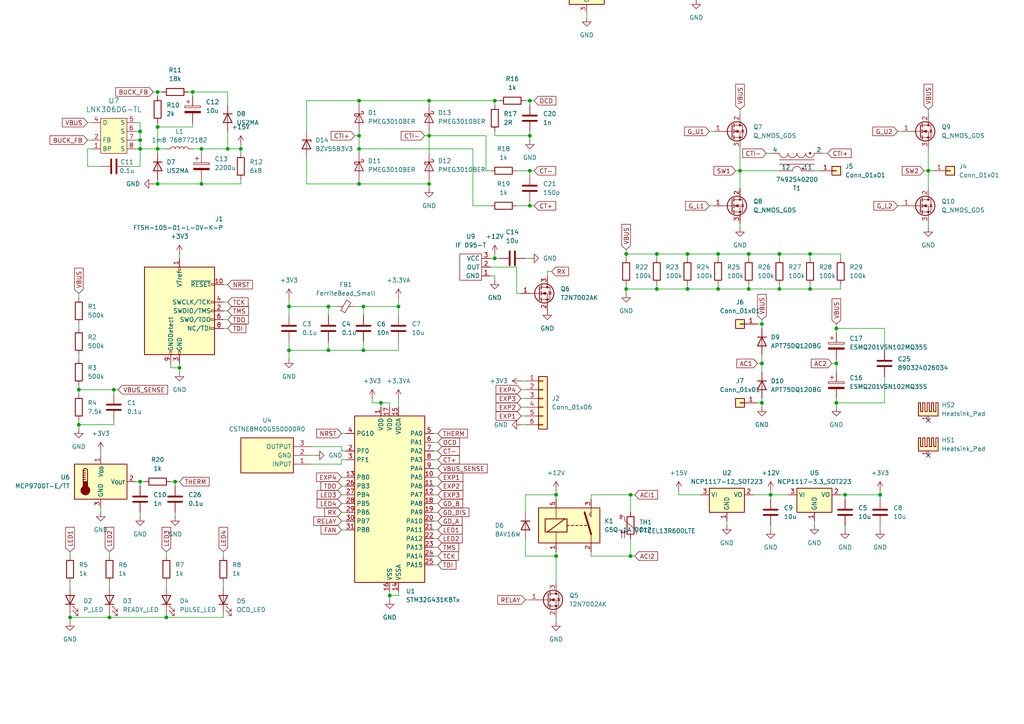
<source format=kicad_sch>
(kicad_sch (version 20250114) (generator "eeschema") (generator_version "9.0")
  (paper "A4")
  (junction (at 223.52 143.51))
  (junction (at 214.63 49.53))
  (junction (at 375.92 86.36))
  (junction (at 104.14 -48.26))
  (junction (at 220.98 105.41))
  (junction (at 220.98 93.98))
  (junction (at 104.14 53.34))
  (junction (at 95.25 101.6))
  (junction (at 31.75 179.07))
  (junction (at 106.68 -12.7))
  (junction (at 50.8 139.7))
  (junction (at 22.86 123.19))
  (junction (at 40.64 38.1))
  (junction (at 181.61 83.82))
  (junction (at 344.17 67.31))
  (junction (at 40.64 40.64))
  (junction (at 226.06 83.82))
  (junction (at 22.86 113.03))
  (junction (at 161.29 161.29))
  (junction (at 153.67 29.21))
  (junction (at 226.06 73.66))
  (junction (at 69.85 43.18))
  (junction (at 344.17 77.47))
  (junction (at 38.1 -27.94))
  (junction (at 208.28 73.66))
  (junction (at 124.46 53.34))
  (junction (at 45.72 53.34))
  (junction (at 143.51 29.21))
  (junction (at 58.42 53.34))
  (junction (at 105.41 101.6))
  (junction (at 60.96 -55.88))
  (junction (at 255.27 143.51))
  (junction (at 95.25 88.9))
  (junction (at 242.57 116.84))
  (junction (at 52.07 106.68))
  (junction (at 181.61 73.66))
  (junction (at 143.51 74.93))
  (junction (at 269.24 49.53))
  (junction (at 104.14 39.37))
  (junction (at 208.28 83.82))
  (junction (at 40.64 139.7))
  (junction (at 40.64 43.18))
  (junction (at 104.14 43.18))
  (junction (at 45.72 43.18))
  (junction (at 199.39 73.66))
  (junction (at 220.98 116.84))
  (junction (at 234.95 73.66))
  (junction (at 245.11 143.51))
  (junction (at 153.67 49.53))
  (junction (at 234.95 83.82))
  (junction (at 66.04 43.18))
  (junction (at 199.39 83.82))
  (junction (at 124.46 29.21))
  (junction (at 20.32 179.07))
  (junction (at 48.26 179.07))
  (junction (at 63.5 -20.32))
  (junction (at 110.49 116.84))
  (junction (at 242.57 95.25))
  (junction (at 38.1 -38.1))
  (junction (at 33.02 113.03))
  (junction (at 153.67 59.69))
  (junction (at 83.82 88.9))
  (junction (at 153.67 39.37))
  (junction (at 124.46 39.37))
  (junction (at 217.17 83.82))
  (junction (at 190.5 73.66))
  (junction (at 115.57 88.9))
  (junction (at 242.57 105.41))
  (junction (at 113.03 172.72))
  (junction (at 252.73 -8.89))
  (junction (at 182.88 143.51))
  (junction (at 182.88 161.29))
  (junction (at 161.29 143.51))
  (junction (at 45.72 26.67))
  (junction (at 105.41 88.9))
  (junction (at 217.17 73.66))
  (junction (at 190.5 83.82))
  (junction (at 55.88 26.67))
  (junction (at 83.82 101.6))
  (junction (at 243.84 -19.05))
  (junction (at 58.42 43.18))
  (junction (at 45.72 36.83))
  (junction (at 261.62 -19.05))
  (junction (at 104.14 29.21))
  (no_connect (at 269.24 121.92))
  (no_connect (at 269.24 132.08))
  (wire (pts (xy 344.17 67.31) (xy 344.17 68.58)))
  (wire (pts (xy 219.71 105.41) (xy 220.98 105.41)))
  (wire (pts (xy 375.92 86.36) (xy 375.92 87.63)))
  (wire (pts (xy 38.1 -27.94) (xy 46.99 -27.94)))
  (wire (pts (xy 151.13 113.03) (xy 152.4 113.03)))
  (wire (pts (xy 58.42 52.07) (xy 58.42 53.34)))
  (wire (pts (xy 49.53 106.68) (xy 52.07 106.68)))
  (wire (pts (xy 20.32 179.07) (xy 20.32 180.34)))
  (wire (pts (xy 45.72 26.67) (xy 46.99 26.67)))
  (wire (pts (xy 243.84 82.55) (xy 243.84 83.82)))
  (wire (pts (xy 217.17 83.82) (xy 208.28 83.82)))
  (wire (pts (xy 124.46 39.37) (xy 124.46 44.45)))
  (wire (pts (xy 124.46 29.21) (xy 143.51 29.21)))
  (wire (pts (xy 88.9 38.1) (xy 88.9 29.21)))
  (wire (pts (xy 161.29 160.02) (xy 161.29 161.29)))
  (wire (pts (xy 20.32 177.8) (xy 20.32 179.07)))
  (wire (pts (xy 171.45 -29.21) (xy 171.45 -27.94)))
  (wire (pts (xy 153.67 59.69) (xy 154.94 59.69)))
  (wire (pts (xy 63.5 -16.51) (xy 64.77 -16.51)))
  (wire (pts (xy 182.88 161.29) (xy 182.88 156.21)))
  (wire (pts (xy 45.72 52.07) (xy 45.72 53.34)))
  (wire (pts (xy 261.62 -20.32) (xy 261.62 -19.05)))
  (wire (pts (xy 340.36 67.31) (xy 344.17 67.31)))
  (wire (pts (xy 161.29 161.29) (xy 161.29 168.91)))
  (wire (pts (xy 152.4 74.93) (xy 153.67 74.93)))
  (wire (pts (xy 104.14 43.18) (xy 137.16 43.18)))
  (wire (pts (xy 121.92 -10.16) (xy 123.19 -10.16)))
  (wire (pts (xy 226.06 82.55) (xy 226.06 83.82)))
  (wire (pts (xy 181.61 73.66) (xy 190.5 73.66)))
  (wire (pts (xy 101.6 -13.97) (xy 101.6 -12.7)))
  (wire (pts (xy 243.84 83.82) (xy 234.95 83.82)))
  (wire (pts (xy 40.64 140.97) (xy 40.64 139.7)))
  (wire (pts (xy 223.52 143.51) (xy 228.6 143.51)))
  (wire (pts (xy 242.57 115.57) (xy 242.57 116.84)))
  (wire (pts (xy 124.46 29.21) (xy 124.46 30.48)))
  (wire (pts (xy 152.4 173.99) (xy 153.67 173.99)))
  (wire (pts (xy 100.33 -10.16) (xy 114.3 -10.16)))
  (wire (pts (xy 83.82 101.6) (xy 83.82 99.06)))
  (wire (pts (xy 219.71 116.84) (xy 220.98 116.84)))
  (wire (pts (xy 149.86 85.09) (xy 149.86 77.47)))
  (wire (pts (xy 213.36 49.53) (xy 214.63 49.53)))
  (wire (pts (xy 66.04 38.1) (xy 66.04 43.18)))
  (wire (pts (xy 260.35 38.1) (xy 261.62 38.1)))
  (wire (pts (xy 125.73 143.51) (xy 127 143.51)))
  (wire (pts (xy 217.17 74.93) (xy 217.17 73.66)))
  (wire (pts (xy 181.61 73.66) (xy 181.61 74.93)))
  (wire (pts (xy 40.64 48.26) (xy 40.64 43.18)))
  (wire (pts (xy 152.4 29.21) (xy 153.67 29.21)))
  (wire (pts (xy 181.61 82.55) (xy 181.61 83.82)))
  (wire (pts (xy 326.39 67.31) (xy 326.39 68.58)))
  (wire (pts (xy 97.79 -45.72) (xy 111.76 -45.72)))
  (wire (pts (xy 214.63 64.77) (xy 214.63 66.04)))
  (wire (pts (xy 124.46 53.34) (xy 124.46 54.61)))
  (wire (pts (xy 143.51 29.21) (xy 144.78 29.21)))
  (wire (pts (xy 115.57 86.36) (xy 115.57 88.9)))
  (wire (pts (xy 125.73 130.81) (xy 127 130.81)))
  (wire (pts (xy 269.24 43.18) (xy 269.24 49.53)))
  (wire (pts (xy 104.14 -48.26) (xy 105.41 -48.26)))
  (wire (pts (xy 261.62 -19.05) (xy 260.35 -19.05)))
  (wire (pts (xy 125.73 161.29) (xy 127 161.29)))
  (wire (pts (xy 40.64 35.56) (xy 40.64 38.1)))
  (wire (pts (xy 201.93 -1.27) (xy 201.93 0)))
  (wire (pts (xy 104.14 38.1) (xy 104.14 39.37)))
  (wire (pts (xy 39.37 38.1) (xy 40.64 38.1)))
  (wire (pts (xy 63.5 -8.89) (xy 63.5 -10.16)))
  (wire (pts (xy 99.06 143.51) (xy 100.33 143.51)))
  (wire (pts (xy 218.44 143.51) (xy 223.52 143.51)))
  (wire (pts (xy 125.73 140.97) (xy 127 140.97)))
  (wire (pts (xy 170.18 -12.7) (xy 170.18 -11.43)))
  (wire (pts (xy 100.33 133.35) (xy 99.06 133.35)))
  (wire (pts (xy 49.53 139.7) (xy 50.8 139.7)))
  (wire (pts (xy 99.06 125.73) (xy 100.33 125.73)))
  (wire (pts (xy 125.73 156.21) (xy 127 156.21)))
  (wire (pts (xy 115.57 99.06) (xy 115.57 101.6)))
  (wire (pts (xy 100.33 -16.51) (xy 114.3 -16.51)))
  (wire (pts (xy 95.25 88.9) (xy 97.79 88.9)))
  (wire (pts (xy 64.77 95.25) (xy 66.04 95.25)))
  (wire (pts (xy 99.06 133.35) (xy 99.06 134.62)))
  (wire (pts (xy 31.75 160.02) (xy 31.75 161.29)))
  (wire (pts (xy 90.17 132.08) (xy 91.44 132.08)))
  (wire (pts (xy 119.38 -45.72) (xy 120.65 -45.72)))
  (wire (pts (xy 48.26 168.91) (xy 48.26 170.18)))
  (wire (pts (xy 240.03 44.45) (xy 238.76 44.45)))
  (wire (pts (xy 88.9 45.72) (xy 88.9 53.34)))
  (wire (pts (xy 243.84 -19.05) (xy 243.84 -17.78)))
  (wire (pts (xy 344.17 66.04) (xy 344.17 67.31)))
  (wire (pts (xy 143.51 73.66) (xy 143.51 74.93)))
  (wire (pts (xy 124.46 38.1) (xy 124.46 39.37)))
  (wire (pts (xy 99.06 140.97) (xy 100.33 140.97)))
  (wire (pts (xy 152.4 148.59) (xy 152.4 143.51)))
  (wire (pts (xy 182.88 143.51) (xy 184.15 143.51)))
  (wire (pts (xy 101.6 -12.7) (xy 106.68 -12.7)))
  (wire (pts (xy 83.82 91.44) (xy 83.82 88.9)))
  (wire (pts (xy 256.54 101.6) (xy 256.54 95.25)))
  (wire (pts (xy 95.25 91.44) (xy 95.25 88.9)))
  (wire (pts (xy 143.51 74.93) (xy 144.78 74.93)))
  (wire (pts (xy 104.14 29.21) (xy 124.46 29.21)))
  (wire (pts (xy 269.24 49.53) (xy 270.51 49.53)))
  (wire (pts (xy 63.5 -19.05) (xy 64.77 -19.05)))
  (wire (pts (xy 95.25 101.6) (xy 105.41 101.6)))
  (wire (pts (xy 99.06 134.62) (xy 90.17 134.62)))
  (wire (pts (xy 104.14 53.34) (xy 124.46 53.34)))
  (wire (pts (xy 223.52 44.45) (xy 222.25 44.45)))
  (wire (pts (xy 242.57 93.98) (xy 242.57 95.25)))
  (wire (pts (xy 33.02 113.03) (xy 34.29 113.03)))
  (wire (pts (xy 234.95 74.93) (xy 234.95 73.66)))
  (wire (pts (xy 171.45 161.29) (xy 182.88 161.29)))
  (wire (pts (xy 137.16 43.18) (xy 137.16 59.69)))
  (wire (pts (xy 242.57 104.14) (xy 242.57 105.41)))
  (wire (pts (xy 90.17 129.54) (xy 99.06 129.54)))
  (wire (pts (xy 45.72 43.18) (xy 48.26 43.18)))
  (wire (pts (xy 40.64 139.7) (xy 41.91 139.7)))
  (wire (pts (xy 22.86 113.03) (xy 33.02 113.03)))
  (wire (pts (xy 31.75 168.91) (xy 31.75 170.18)))
  (wire (pts (xy 149.86 49.53) (xy 153.67 49.53)))
  (wire (pts (xy 45.72 43.18) (xy 40.64 43.18)))
  (wire (pts (xy 375.92 77.47) (xy 375.92 78.74)))
  (wire (pts (xy 105.41 88.9) (xy 105.41 91.44)))
  (wire (pts (xy 344.17 77.47) (xy 344.17 78.74)))
  (wire (pts (xy 123.19 39.37) (xy 124.46 39.37)))
  (wire (pts (xy 113.03 118.11) (xy 113.03 116.84)))
  (wire (pts (xy 45.72 53.34) (xy 58.42 53.34)))
  (wire (pts (xy 125.73 125.73) (xy 127 125.73)))
  (wire (pts (xy 245.11 143.51) (xy 245.11 144.78)))
  (wire (pts (xy 25.4 48.26) (xy 25.4 43.18)))
  (wire (pts (xy 124.46 52.07) (xy 124.46 53.34)))
  (wire (pts (xy 38.1 -38.1) (xy 38.1 -36.83)))
  (wire (pts (xy 208.28 73.66) (xy 217.17 73.66)))
  (wire (pts (xy 220.98 93.98) (xy 220.98 95.25)))
  (wire (pts (xy 99.06 138.43) (xy 100.33 138.43)))
  (wire (pts (xy 39.37 35.56) (xy 40.64 35.56)))
  (wire (pts (xy 344.17 57.15) (xy 344.17 58.42)))
  (wire (pts (xy 196.85 142.24) (xy 196.85 143.51)))
  (wire (pts (xy 340.36 69.85) (xy 340.36 67.31)))
  (wire (pts (xy 236.22 151.13) (xy 236.22 152.4)))
  (wire (pts (xy 256.54 116.84) (xy 242.57 116.84)))
  (wire (pts (xy 31.75 179.07) (xy 31.75 177.8)))
  (wire (pts (xy 149.86 59.69) (xy 153.67 59.69)))
  (wire (pts (xy 267.97 49.53) (xy 269.24 49.53)))
  (wire (pts (xy 20.32 179.07) (xy 31.75 179.07)))
  (wire (pts (xy 25.4 35.56) (xy 26.67 35.56)))
  (wire (pts (xy 99.06 -49.53) (xy 99.06 -48.26)))
  (wire (pts (xy 60.96 -55.88) (xy 60.96 -54.61)))
  (wire (pts (xy 101.6 -20.32) (xy 101.6 -19.05)))
  (wire (pts (xy 152.4 143.51) (xy 161.29 143.51)))
  (wire (pts (xy 48.26 160.02) (xy 48.26 161.29)))
  (wire (pts (xy 38.1 -38.1) (xy 46.99 -38.1)))
  (wire (pts (xy 64.77 168.91) (xy 64.77 170.18)))
  (wire (pts (xy 48.26 179.07) (xy 64.77 179.07)))
  (wire (pts (xy 243.84 -8.89) (xy 243.84 -10.16)))
  (wire (pts (xy 46.99 -29.21) (xy 46.99 -27.94)))
  (wire (pts (xy 105.41 101.6) (xy 115.57 101.6)))
  (wire (pts (xy 223.52 143.51) (xy 223.52 144.78)))
  (wire (pts (xy 22.86 121.92) (xy 22.86 123.19)))
  (wire (pts (xy 63.5 -20.32) (xy 63.5 -19.05)))
  (wire (pts (xy 115.57 91.44) (xy 115.57 88.9)))
  (wire (pts (xy 171.45 143.51) (xy 171.45 144.78)))
  (wire (pts (xy 245.11 143.51) (xy 255.27 143.51)))
  (wire (pts (xy 110.49 116.84) (xy 110.49 118.11)))
  (wire (pts (xy 327.66 71.12) (xy 325.12 71.12)))
  (wire (pts (xy 60.96 -54.61) (xy 62.23 -54.61)))
  (wire (pts (xy 344.17 77.47) (xy 344.17 76.2)))
  (wire (pts (xy 60.96 -45.72) (xy 62.23 -45.72)))
  (wire (pts (xy 208.28 73.66) (xy 199.39 73.66)))
  (wire (pts (xy 59.69 -55.88) (xy 60.96 -55.88)))
  (wire (pts (xy 45.72 27.94) (xy 45.72 26.67)))
  (wire (pts (xy 255.27 142.24) (xy 255.27 143.51)))
  (wire (pts (xy 328.93 74.93) (xy 328.93 80.01)))
  (wire (pts (xy 243.84 -19.05) (xy 245.11 -19.05)))
  (wire (pts (xy 370.84 77.47) (xy 370.84 78.74)))
  (wire (pts (xy 199.39 83.82) (xy 190.5 83.82)))
  (wire (pts (xy 151.13 120.65) (xy 152.4 120.65)))
  (wire (pts (xy 107.95 115.57) (xy 107.95 116.84)))
  (wire (pts (xy 269.24 31.75) (xy 269.24 33.02)))
  (wire (pts (xy 160.02 78.74) (xy 158.75 78.74)))
  (wire (pts (xy 29.21 48.26) (xy 25.4 48.26)))
  (wire (pts (xy 104.14 43.18) (xy 104.14 44.45)))
  (wire (pts (xy 219.71 93.98) (xy 220.98 93.98)))
  (wire (pts (xy 344.17 77.47) (xy 345.44 77.47)))
  (wire (pts (xy 182.88 143.51) (xy 171.45 143.51)))
  (wire (pts (xy 58.42 43.18) (xy 58.42 44.45)))
  (wire (pts (xy 161.29 179.07) (xy 161.29 180.34)))
  (wire (pts (xy 38.1 -27.94) (xy 38.1 -26.67)))
  (wire (pts (xy 52.07 106.68) (xy 52.07 105.41)))
  (wire (pts (xy 153.67 29.21) (xy 153.67 30.48)))
  (wire (pts (xy 140.97 49.53) (xy 140.97 39.37)))
  (wire (pts (xy 161.29 -3.81) (xy 162.56 -3.81)))
  (wire (pts (xy 214.63 49.53) (xy 226.06 49.53)))
  (wire (pts (xy 64.77 87.63) (xy 66.04 87.63)))
  (wire (pts (xy 83.82 86.36) (xy 83.82 88.9)))
  (wire (pts (xy 344.17 67.31) (xy 345.44 67.31)))
  (wire (pts (xy 208.28 74.93) (xy 208.28 73.66)))
  (wire (pts (xy 214.63 31.75) (xy 214.63 33.02)))
  (wire (pts (xy 217.17 82.55) (xy 217.17 83.82)))
  (wire (pts (xy 36.83 48.26) (xy 40.64 48.26)))
  (wire (pts (xy 20.32 160.02) (xy 20.32 161.29)))
  (wire (pts (xy 151.13 118.11) (xy 152.4 118.11)))
  (wire (pts (xy 242.57 105.41) (xy 242.57 107.95)))
  (wire (pts (xy 143.51 39.37) (xy 153.67 39.37)))
  (wire (pts (xy 64.77 92.71) (xy 66.04 92.71)))
  (wire (pts (xy 45.72 36.83) (xy 55.88 36.83)))
  (wire (pts (xy 325.12 73.66) (xy 326.39 73.66)))
  (wire (pts (xy 29.21 130.81) (xy 29.21 132.08)))
  (wire (pts (xy 64.77 82.55) (xy 66.04 82.55)))
  (wire (pts (xy 149.86 85.09) (xy 151.13 85.09)))
  (wire (pts (xy 22.86 123.19) (xy 33.02 123.19)))
  (wire (pts (xy 190.5 73.66) (xy 199.39 73.66)))
  (wire (pts (xy 55.88 43.18) (xy 58.42 43.18)))
  (wire (pts (xy 64.77 177.8) (xy 64.77 179.07)))
  (wire (pts (xy 52.07 106.68) (xy 52.07 107.95)))
  (wire (pts (xy 99.06 151.13) (xy 100.33 151.13)))
  (wire (pts (xy 125.73 163.83) (xy 127 163.83)))
  (wire (pts (xy 121.92 -16.51) (xy 123.19 -16.51)))
  (wire (pts (xy 22.86 102.87) (xy 22.86 104.14)))
  (wire (pts (xy 125.73 133.35) (xy 127 133.35)))
  (wire (pts (xy 29.21 147.32) (xy 29.21 148.59)))
  (wire (pts (xy 31.75 179.07) (xy 48.26 179.07)))
  (wire (pts (xy 50.8 139.7) (xy 50.8 140.97)))
  (wire (pts (xy 170.18 -27.94) (xy 171.45 -27.94)))
  (wire (pts (xy 261.62 -8.89) (xy 261.62 -10.16)))
  (wire (pts (xy 201.93 -15.24) (xy 201.93 -13.97)))
  (wire (pts (xy 217.17 73.66) (xy 226.06 73.66)))
  (wire (pts (xy 115.57 88.9) (xy 105.41 88.9)))
  (wire (pts (xy 223.52 152.4) (xy 223.52 153.67)))
  (wire (pts (xy 69.85 52.07) (xy 69.85 53.34)))
  (wire (pts (xy 119.38 -52.07) (xy 120.65 -52.07)))
  (wire (pts (xy 243.84 -20.32) (xy 243.84 -19.05)))
  (wire (pts (xy 220.98 105.41) (xy 220.98 107.95)))
  (wire (pts (xy 125.73 158.75) (xy 127 158.75)))
  (wire (pts (xy 143.51 80.01) (xy 143.51 81.28)))
  (wire (pts (xy 104.14 52.07) (xy 104.14 53.34)))
  (wire (pts (xy 151.13 123.19) (xy 152.4 123.19)))
  (wire (pts (xy 99.06 -48.26) (xy 104.14 -48.26)))
  (wire (pts (xy 107.95 116.84) (xy 110.49 116.84)))
  (wire (pts (xy 88.9 53.34) (xy 104.14 53.34)))
  (wire (pts (xy 153.67 49.53) (xy 154.94 49.53)))
  (wire (pts (xy 181.61 83.82) (xy 181.61 85.09)))
  (wire (pts (xy 40.64 40.64) (xy 40.64 43.18)))
  (wire (pts (xy 49.53 105.41) (xy 49.53 106.68)))
  (wire (pts (xy 50.8 -55.88) (xy 52.07 -55.88)))
  (wire (pts (xy 236.22 49.53) (xy 237.49 49.53)))
  (wire (pts (xy 60.96 -57.15) (xy 60.96 -55.88)))
  (wire (pts (xy 52.07 73.66) (xy 52.07 74.93)))
  (wire (pts (xy 113.03 172.72) (xy 115.57 172.72)))
  (wire (pts (xy 344.17 86.36) (xy 344.17 87.63)))
  (wire (pts (xy 161.29 143.51) (xy 161.29 144.78)))
  (wire (pts (xy 243.84 74.93) (xy 243.84 73.66)))
  (wire (pts (xy 153.67 59.69) (xy 153.67 58.42)))
  (wire (pts (xy 125.73 135.89) (xy 127 135.89)))
  (wire (pts (xy 44.45 53.34) (xy 45.72 53.34)))
  (wire (pts (xy 115.57 172.72) (xy 115.57 171.45)))
  (wire (pts (xy 40.64 38.1) (xy 40.64 40.64)))
  (wire (pts (xy 125.73 138.43) (xy 127 138.43)))
  (wire (pts (xy 99.06 -54.61) (xy 97.79 -54.61)))
  (wire (pts (xy 88.9 29.21) (xy 104.14 29.21)))
  (wire (pts (xy 256.54 109.22) (xy 256.54 116.84)))
  (wire (pts (xy 45.72 44.45) (xy 45.72 43.18)))
  (wire (pts (xy 38.1 -29.21) (xy 38.1 -27.94)))
  (wire (pts (xy 39.37 40.64) (xy 40.64 40.64)))
  (wire (pts (xy 99.06 153.67) (xy 100.33 153.67)))
  (wire (pts (xy 170.18 3.81) (xy 170.18 5.08)))
  (wire (pts (xy 340.36 74.93) (xy 340.36 77.47)))
  (wire (pts (xy 64.77 160.02) (xy 64.77 161.29)))
  (wire (pts (xy 102.87 88.9) (xy 105.41 88.9)))
  (wire (pts (xy 205.74 38.1) (xy 207.01 38.1)))
  (wire (pts (xy 55.88 26.67) (xy 66.04 26.67)))
  (wire (pts (xy 151.13 115.57) (xy 152.4 115.57)))
  (wire (pts (xy 142.24 49.53) (xy 140.97 49.53)))
  (wire (pts (xy 44.45 26.67) (xy 45.72 26.67)))
  (wire (pts (xy 50.8 139.7) (xy 52.07 139.7)))
  (wire (pts (xy 269.24 49.53) (xy 269.24 54.61)))
  (wire (pts (xy 171.45 160.02) (xy 171.45 161.29)))
  (wire (pts (xy 234.95 83.82) (xy 226.06 83.82)))
  (wire (pts (xy 104.14 -55.88) (xy 99.06 -55.88)))
  (wire (pts (xy 181.61 83.82) (xy 190.5 83.82)))
  (wire (pts (xy 60.96 -44.45) (xy 60.96 -45.72)))
  (wire (pts (xy 260.35 59.69) (xy 261.62 59.69)))
  (wire (pts (xy 182.88 161.29) (xy 184.15 161.29)))
  (wire (pts (xy 22.86 111.76) (xy 22.86 113.03)))
  (wire (pts (xy 269.24 64.77) (xy 269.24 66.04)))
  (wire (pts (xy 325.12 68.58) (xy 326.39 68.58)))
  (wire (pts (xy 153.67 29.21) (xy 154.94 29.21)))
  (wire (pts (xy 190.5 83.82) (xy 190.5 82.55)))
  (wire (pts (xy 36.83 -38.1) (xy 38.1 -38.1)))
  (wire (pts (xy 335.28 26.67) (xy 335.28 27.94)))
  (wire (pts (xy 223.52 143.51) (xy 223.52 142.24)))
  (wire (pts (xy 234.95 82.55) (xy 234.95 83.82)))
  (wire (pts (xy 64.77 90.17) (xy 66.04 90.17)))
  (wire (pts (xy 83.82 101.6) (xy 83.82 104.14)))
  (wire (pts (xy 252.73 -8.89) (xy 261.62 -8.89)))
  (wire (pts (xy 256.54 95.25) (xy 242.57 95.25)))
  (wire (pts (xy 22.86 93.98) (xy 22.86 95.25)))
  (wire (pts (xy 83.82 88.9) (xy 95.25 88.9)))
  (wire (pts (xy 33.02 114.3) (xy 33.02 113.03)))
  (wire (pts (xy 125.73 128.27) (xy 127 128.27)))
  (wire (pts (xy 115.57 115.57) (xy 115.57 118.11)))
  (wire (pts (xy 62.23 -20.32) (xy 63.5 -20.32)))
  (wire (pts (xy 182.88 148.59) (xy 182.88 143.51)))
  (wire (pts (xy 63.5 -21.59) (xy 63.5 -20.32)))
  (wire (pts (xy 40.64 148.59) (xy 40.64 149.86)))
  (wire (pts (xy 220.98 102.87) (xy 220.98 105.41)))
  (wire (pts (xy 110.49 116.84) (xy 113.03 116.84)))
  (wire (pts (xy 33.02 121.92) (xy 33.02 123.19)))
  (wire (pts (xy 326.39 73.66) (xy 326.39 69.85)))
  (wire (pts (xy 45.72 36.83) (xy 45.72 43.18)))
  (wire (pts (xy 101.6 -19.05) (xy 100.33 -19.05)))
  (wire (pts (xy 125.73 146.05) (xy 127 146.05)))
  (wire (pts (xy 22.86 123.19) (xy 22.86 124.46)))
  (wire (pts (xy 48.26 177.8) (xy 48.26 179.07)))
  (wire (pts (xy 140.97 39.37) (xy 124.46 39.37)))
  (wire (pts (xy 261.62 -17.78) (xy 261.62 -19.05)))
  (wire (pts (xy 208.28 82.55) (xy 208.28 83.82)))
  (wire (pts (xy 69.85 41.91) (xy 69.85 43.18)))
  (wire (pts (xy 25.4 43.18) (xy 26.67 43.18)))
  (wire (pts (xy 142.24 74.93) (xy 143.51 74.93)))
  (wire (pts (xy 99.06 -55.88) (xy 99.06 -54.61)))
  (wire (pts (xy 177.8 -3.81) (xy 194.31 -3.81)))
  (wire (pts (xy 339.09 74.93) (xy 340.36 74.93)))
  (wire (pts (xy 242.57 95.25) (xy 242.57 96.52)))
  (wire (pts (xy 241.3 105.41) (xy 242.57 105.41)))
  (wire (pts (xy 255.27 144.78) (xy 255.27 143.51)))
  (wire (pts (xy 370.84 86.36) (xy 375.92 86.36)))
  (wire (pts (xy 152.4 161.29) (xy 161.29 161.29)))
  (wire (pts (xy 149.86 77.47) (xy 142.24 77.47)))
  (wire (pts (xy 55.88 35.56) (xy 55.88 36.83)))
  (wire (pts (xy 220.98 115.57) (xy 220.98 116.84)))
  (wire (pts (xy 20.32 168.91) (xy 20.32 170.18)))
  (wire (pts (xy 252.73 -8.89) (xy 252.73 -7.62)))
  (wire (pts (xy 99.06 130.81) (xy 100.33 130.81)))
  (wire (pts (xy 181.61 72.39) (xy 181.61 73.66)))
  (wire (pts (xy 339.09 69.85) (xy 340.36 69.85)))
  (wire (pts (xy 214.63 49.53) (xy 214.63 54.61)))
  (wire (pts (xy 327.66 82.55) (xy 327.66 71.12)))
  (wire (pts (xy 40.64 139.7) (xy 39.37 139.7)))
  (wire (pts (xy 54.61 26.67) (xy 55.88 26.67)))
  (wire (pts (xy 69.85 43.18) (xy 69.85 44.45)))
  (wire (pts (xy 104.14 30.48) (xy 104.14 29.21)))
  (wire (pts (xy 190.5 74.93) (xy 190.5 73.66)))
  (wire (pts (xy 125.73 148.59) (xy 127 148.59)))
  (wire (pts (xy 199.39 74.93) (xy 199.39 73.66)))
  (wire (pts (xy 153.67 39.37) (xy 153.67 40.64)))
  (wire (pts (xy 151.13 110.49) (xy 152.4 110.49)))
  (wire (pts (xy 220.98 116.84) (xy 220.98 118.11)))
  (wire (pts (xy 99.06 146.05) (xy 100.33 146.05)))
  (wire (pts (xy 106.68 -20.32) (xy 101.6 -20.32)))
  (wire (pts (xy 226.06 83.82) (xy 217.17 83.82)))
  (wire (pts (xy 137.16 59.69) (xy 142.24 59.69)))
  (wire (pts (xy 152.4 156.21) (xy 152.4 161.29)))
  (wire (pts (xy 46.99 -36.83) (xy 46.99 -38.1)))
  (wire (pts (xy 226.06 73.66) (xy 234.95 73.66)))
  (wire (pts (xy 143.51 29.21) (xy 143.51 30.48)))
  (wire (pts (xy 161.29 142.24) (xy 161.29 143.51)))
  (wire (pts (xy 125.73 153.67) (xy 127 153.67)))
  (wire (pts (xy 208.28 83.82) (xy 199.39 83.82)))
  (wire (pts (xy 60.96 -49.53) (xy 62.23 -49.53)))
  (wire (pts (xy 113.03 172.72) (xy 113.03 173.99)))
  (wire (pts (xy 104.14 39.37) (xy 104.14 43.18)))
  (wire (pts (xy 63.5 -10.16) (xy 64.77 -10.16)))
  (wire (pts (xy 106.68 -12.7) (xy 107.95 -12.7)))
  (wire (pts (xy 153.67 39.37) (xy 153.67 38.1)))
  (wire (pts (xy 99.06 148.59) (xy 100.33 148.59)))
  (wire (pts (xy 58.42 53.34) (xy 69.85 53.34)))
  (wire (pts (xy 158.75 78.74) (xy 158.75 80.01)))
  (wire (pts (xy 66.04 30.48) (xy 66.04 26.67)))
  (wire (pts (xy 335.28 6.35) (xy 335.28 7.62)))
  (wire (pts (xy 60.96 -52.07) (xy 62.23 -52.07)))
  (wire (pts (xy 97.79 -49.53) (xy 99.06 -49.53)))
  (wire (pts (xy 142.24 80.01) (xy 143.51 80.01)))
  (wire (pts (xy 50.8 148.59) (xy 50.8 149.86)))
  (wire (pts (xy 199.39 82.55) (xy 199.39 83.82)))
  (wire (pts (xy 252.73 -8.89) (xy 252.73 -11.43)))
  (wire (pts (xy 102.87 39.37) (xy 104.14 39.37)))
  (wire (pts (xy 328.93 82.55) (xy 327.66 82.55)))
  (wire (pts (xy 326.39 69.85) (xy 328.93 69.85)))
  (wire (pts (xy 210.82 151.13) (xy 210.82 152.4)))
  (wire (pts (xy 255.27 152.4) (xy 255.27 153.67)))
  (wire (pts (xy 25.4 40.64) (xy 26.67 40.64)))
  (wire (pts (xy 58.42 43.18) (xy 66.04 43.18)))
  (wire (pts (xy 153.67 49.53) (xy 153.67 50.8)))
  (wire (pts (xy 125.73 151.13) (xy 127 151.13)))
  (wire (pts (xy 243.84 143.51) (xy 245.11 143.51)))
  (wire (pts (xy 45.72 35.56) (xy 45.72 36.83)))
  (wire (pts (xy 245.11 152.4) (xy 245.11 153.67)))
  (wire (pts (xy 97.79 -52.07) (xy 111.76 -52.07)))
  (wire (pts (xy 22.86 113.03) (xy 22.86 114.3)))
  (wire (pts (xy 95.25 99.06) (xy 95.25 101.6)))
  (wire (pts (xy 99.06 129.54) (xy 99.06 130.81)))
  (wire (pts (xy 234.95 73.66) (xy 243.84 73.66)))
  (wire (pts (xy 95.25 101.6) (xy 83.82 101.6)))
  (wire (pts (xy 55.88 26.67) (xy 55.88 27.94)))
  (wire (pts (xy 226.06 74.93) (xy 226.06 73.66)))
  (wire (pts (xy 214.63 43.18) (xy 214.63 49.53)))
  (wire (pts (xy 100.33 -13.97) (xy 101.6 -13.97)))
  (wire (pts (xy 105.41 99.06) (xy 105.41 101.6)))
  (wire (pts (xy 243.84 -8.89) (xy 252.73 -8.89)))
  (wire (pts (xy 220.98 92.71) (xy 220.98 93.98)))
  (wire (pts (xy 113.03 171.45) (xy 113.03 172.72)))
  (wire (pts (xy 22.86 85.09) (xy 22.86 86.36)))
  (wire (pts (xy 242.57 116.84) (xy 242.57 118.11)))
  (wire (pts (xy 205.74 59.69) (xy 207.01 59.69)))
  (wire (pts (xy 40.64 43.18) (xy 39.37 43.18)))
  (wire (pts (xy 340.36 77.47) (xy 344.17 77.47)))
  (wire (pts (xy 143.51 38.1) (xy 143.51 39.37)))
  (wire (pts (xy 53.34 -20.32) (xy 54.61 -20.32)))
  (wire (pts (xy 63.5 -13.97) (xy 64.77 -13.97)))
  (wire (pts (xy 66.04 43.18) (xy 69.85 43.18)))
  (wire (pts (xy 196.85 143.51) (xy 203.2 143.51)))
  (wire (pts (xy 335.28 16.51) (xy 335.28 15.24)))
  (global_label "CT+" (shape input) (at 127 133.35 0) (property "Intersheetrefs" "${INTERSHEET_REFS}" (effects (hide yes))))
  (global_label "THERM" (shape input) (at 127 125.73 0) (property "Intersheetrefs" "${INTERSHEET_REFS}" (effects (hide yes))))
  (global_label "G_U2" (shape input) (at 260.35 38.1 180) (property "Intersheetrefs" "${INTERSHEET_REFS}" (effects (hide yes))))
  (global_label "GD_DIS" (shape input) (at 60.96 -49.53 180) (property "Intersheetrefs" "${INTERSHEET_REFS}" (effects (hide yes))))
  (global_label "G_U1" (shape input) (at 123.19 -16.51 0) (property "Intersheetrefs" "${INTERSHEET_REFS}" (effects (hide yes))))
  (global_label "CTI+" (shape input) (at 102.87 39.37 180) (property "Intersheetrefs" "${INTERSHEET_REFS}" (effects (hide yes))))
  (global_label "EXP3" (shape input) (at 127 143.51 0) (property "Intersheetrefs" "${INTERSHEET_REFS}" (effects (hide yes))))
  (global_label "SW1" (shape input) (at 213.36 49.53 180) (property "Intersheetrefs" "${INTERSHEET_REFS}" (effects (hide yes))))
  (global_label "CTI-" (shape input) (at 123.19 39.37 180) (property "Intersheetrefs" "${INTERSHEET_REFS}" (effects (hide yes))))
  (global_label "TCK" (shape input) (at 127 161.29 0) (property "Intersheetrefs" "${INTERSHEET_REFS}" (effects (hide yes))))
  (global_label "THERM" (shape input) (at 52.07 139.7 0) (property "Intersheetrefs" "${INTERSHEET_REFS}" (effects (hide yes))))
  (global_label "GD_A" (shape input) (at 127 151.13 0) (property "Intersheetrefs" "${INTERSHEET_REFS}" (effects (hide yes))))
  (global_label "RX" (shape input) (at 99.06 148.59 180) (property "Intersheetrefs" "${INTERSHEET_REFS}" (effects (hide yes))))
  (global_label "LED4" (shape input) (at 99.06 146.05 180) (property "Intersheetrefs" "${INTERSHEET_REFS}" (effects (hide yes))))
  (global_label "TCK" (shape input) (at 66.04 87.63 0) (property "Intersheetrefs" "${INTERSHEET_REFS}" (effects (hide yes))))
  (global_label "NRST" (shape input) (at 66.04 82.55 0) (property "Intersheetrefs" "${INTERSHEET_REFS}" (effects (hide yes))))
  (global_label "TMS" (shape input) (at 127 158.75 0) (property "Intersheetrefs" "${INTERSHEET_REFS}" (effects (hide yes))))
  (global_label "VBUS" (shape input) (at 25.4 35.56 180) (property "Intersheetrefs" "${INTERSHEET_REFS}" (effects (hide yes))))
  (global_label "LED3" (shape input) (at 48.26 160.02 90) (property "Intersheetrefs" "${INTERSHEET_REFS}" (effects (hide yes))))
  (global_label "EXP4" (shape input) (at 99.06 138.43 180) (property "Intersheetrefs" "${INTERSHEET_REFS}" (effects (hide yes))))
  (global_label "ACI1" (shape input) (at 328.93 82.55 0) (property "Intersheetrefs" "${INTERSHEET_REFS}" (effects (hide yes))))
  (global_label "G_L1" (shape input) (at 205.74 59.69 180) (property "Intersheetrefs" "${INTERSHEET_REFS}" (effects (hide yes))))
  (global_label "FAN" (shape input) (at 99.06 153.67 180) (property "Intersheetrefs" "${INTERSHEET_REFS}" (effects (hide yes))))
  (global_label "TDI" (shape input) (at 127 163.83 0) (property "Intersheetrefs" "${INTERSHEET_REFS}" (effects (hide yes))))
  (global_label "LED1" (shape input) (at 20.32 160.02 90) (property "Intersheetrefs" "${INTERSHEET_REFS}" (effects (hide yes))))
  (global_label "GD_A" (shape input) (at 63.5 -16.51 180) (property "Intersheetrefs" "${INTERSHEET_REFS}" (effects (hide yes))))
  (global_label "AC1" (shape input) (at 345.44 67.31 0) (property "Intersheetrefs" "${INTERSHEET_REFS}" (effects (hide yes))))
  (global_label "LED2" (shape input) (at 127 156.21 0) (property "Intersheetrefs" "${INTERSHEET_REFS}" (effects (hide yes))))
  (global_label "SW1" (shape input) (at 107.95 -12.7 0) (property "Intersheetrefs" "${INTERSHEET_REFS}" (effects (hide yes))))
  (global_label "G_L1" (shape input) (at 123.19 -10.16 0) (property "Intersheetrefs" "${INTERSHEET_REFS}" (effects (hide yes))))
  (global_label "GD_DIS" (shape input) (at 36.83 -38.1 180) (property "Intersheetrefs" "${INTERSHEET_REFS}" (effects (hide yes))))
  (global_label "VBUS" (shape input) (at 181.61 72.39 90) (property "Intersheetrefs" "${INTERSHEET_REFS}" (effects (hide yes))))
  (global_label "CT-" (shape input) (at 127 130.81 0) (property "Intersheetrefs" "${INTERSHEET_REFS}" (effects (hide yes))))
  (global_label "CT-" (shape input) (at 154.94 49.53 0) (property "Intersheetrefs" "${INTERSHEET_REFS}" (effects (hide yes))))
  (global_label "VBUS_SENSE" (shape input) (at 34.29 113.03 0) (property "Intersheetrefs" "${INTERSHEET_REFS}" (effects (hide yes))))
  (global_label "NRST" (shape input) (at 99.06 125.73 180) (property "Intersheetrefs" "${INTERSHEET_REFS}" (effects (hide yes))))
  (global_label "VBUS" (shape input) (at 242.57 93.98 90) (property "Intersheetrefs" "${INTERSHEET_REFS}" (effects (hide yes))))
  (global_label "GD_B" (shape input) (at 60.96 -52.07 180) (property "Intersheetrefs" "${INTERSHEET_REFS}" (effects (hide yes))))
  (global_label "G_L2" (shape input) (at 120.65 -45.72 0) (property "Intersheetrefs" "${INTERSHEET_REFS}" (effects (hide yes))))
  (global_label "GD_B" (shape input) (at 127 146.05 0) (property "Intersheetrefs" "${INTERSHEET_REFS}" (effects (hide yes))))
  (global_label "AC1" (shape input) (at 219.71 105.41 180) (property "Intersheetrefs" "${INTERSHEET_REFS}" (effects (hide yes))))
  (global_label "GD_DIS" (shape input) (at 127 148.59 0) (property "Intersheetrefs" "${INTERSHEET_REFS}" (effects (hide yes))))
  (global_label "EXP2" (shape input) (at 127 140.97 0) (property "Intersheetrefs" "${INTERSHEET_REFS}" (effects (hide yes))))
  (global_label "EXP4" (shape input) (at 151.13 113.03 180) (property "Intersheetrefs" "${INTERSHEET_REFS}" (effects (hide yes))))
  (global_label "AC2" (shape input) (at 241.3 105.41 180) (property "Intersheetrefs" "${INTERSHEET_REFS}" (effects (hide yes))))
  (global_label "OCD" (shape input) (at 154.94 29.21 0) (property "Intersheetrefs" "${INTERSHEET_REFS}" (effects (hide yes))))
  (global_label "EXP2" (shape input) (at 151.13 118.11 180) (property "Intersheetrefs" "${INTERSHEET_REFS}" (effects (hide yes))))
  (global_label "VBUS" (shape input) (at 269.24 31.75 90) (property "Intersheetrefs" "${INTERSHEET_REFS}" (effects (hide yes))))
  (global_label "G_L2" (shape input) (at 260.35 59.69 180) (property "Intersheetrefs" "${INTERSHEET_REFS}" (effects (hide yes))))
  (global_label "G_U1" (shape input) (at 205.74 38.1 180) (property "Intersheetrefs" "${INTERSHEET_REFS}" (effects (hide yes))))
  (global_label "BUCK_FB" (shape input) (at 44.45 26.67 180) (property "Intersheetrefs" "${INTERSHEET_REFS}" (effects (hide yes))))
  (global_label "AC2" (shape input) (at 345.44 77.47 0) (property "Intersheetrefs" "${INTERSHEET_REFS}" (effects (hide yes))))
  (global_label "CTI-" (shape input) (at 222.25 44.45 180) (property "Intersheetrefs" "${INTERSHEET_REFS}" (effects (hide yes))))
  (global_label "CT+" (shape input) (at 154.94 59.69 0) (property "Intersheetrefs" "${INTERSHEET_REFS}" (effects (hide yes))))
  (global_label "BUCK_FB" (shape input) (at 25.4 40.64 180) (property "Intersheetrefs" "${INTERSHEET_REFS}" (effects (hide yes))))
  (global_label "FAN" (shape input) (at 161.29 -3.81 180) (property "Intersheetrefs" "${INTERSHEET_REFS}" (effects (hide yes))))
  (global_label "SW2" (shape input) (at 105.41 -48.26 0) (property "Intersheetrefs" "${INTERSHEET_REFS}" (effects (hide yes))))
  (global_label "RELAY" (shape input) (at 99.06 151.13 180) (property "Intersheetrefs" "${INTERSHEET_REFS}" (effects (hide yes))))
  (global_label "EXP1" (shape input) (at 127 138.43 0) (property "Intersheetrefs" "${INTERSHEET_REFS}" (effects (hide yes))))
  (global_label "SW2" (shape input) (at 267.97 49.53 180) (property "Intersheetrefs" "${INTERSHEET_REFS}" (effects (hide yes))))
  (global_label "VBUS" (shape input) (at 370.84 77.47 90) (property "Intersheetrefs" "${INTERSHEET_REFS}" (effects (hide yes))))
  (global_label "ACI1" (shape input) (at 184.15 143.51 0) (property "Intersheetrefs" "${INTERSHEET_REFS}" (effects (hide yes))))
  (global_label "VBUS" (shape input) (at 220.98 92.71 90) (property "Intersheetrefs" "${INTERSHEET_REFS}" (effects (hide yes))))
  (global_label "TMS" (shape input) (at 66.04 90.17 0) (property "Intersheetrefs" "${INTERSHEET_REFS}" (effects (hide yes))))
  (global_label "VBUS" (shape input) (at 335.28 6.35 90) (property "Intersheetrefs" "${INTERSHEET_REFS}" (effects (hide yes))))
  (global_label "LED1" (shape input) (at 127 153.67 0) (property "Intersheetrefs" "${INTERSHEET_REFS}" (effects (hide yes))))
  (global_label "G_U2" (shape input) (at 120.65 -52.07 0) (property "Intersheetrefs" "${INTERSHEET_REFS}" (effects (hide yes))))
  (global_label "LED3" (shape input) (at 99.06 143.51 180) (property "Intersheetrefs" "${INTERSHEET_REFS}" (effects (hide yes))))
  (global_label "RX" (shape input) (at 160.02 78.74 0) (property "Intersheetrefs" "${INTERSHEET_REFS}" (effects (hide yes))))
  (global_label "ACI2" (shape input) (at 184.15 161.29 0) (property "Intersheetrefs" "${INTERSHEET_REFS}" (effects (hide yes))))
  (global_label "VBUS" (shape input) (at 22.86 85.09 90) (property "Intersheetrefs" "${INTERSHEET_REFS}" (effects (hide yes))))
  (global_label "TDI" (shape input) (at 66.04 95.25 0) (property "Intersheetrefs" "${INTERSHEET_REFS}" (effects (hide yes))))
  (global_label "GD_DIS" (shape input) (at 63.5 -13.97 180) (property "Intersheetrefs" "${INTERSHEET_REFS}" (effects (hide yes))))
  (global_label "RELAY" (shape input) (at 152.4 173.99 180) (property "Intersheetrefs" "${INTERSHEET_REFS}" (effects (hide yes))))
  (global_label "LED4" (shape input) (at 64.77 160.02 90) (property "Intersheetrefs" "${INTERSHEET_REFS}" (effects (hide yes))))
  (global_label "ACI2" (shape input) (at 328.93 80.01 0) (property "Intersheetrefs" "${INTERSHEET_REFS}" (effects (hide yes))))
  (global_label "CTI+" (shape input) (at 240.03 44.45 0) (property "Intersheetrefs" "${INTERSHEET_REFS}" (effects (hide yes))))
  (global_label "LED2" (shape input) (at 31.75 160.02 90) (property "Intersheetrefs" "${INTERSHEET_REFS}" (effects (hide yes))))
  (global_label "VBUS" (shape input) (at 214.63 31.75 90) (property "Intersheetrefs" "${INTERSHEET_REFS}" (effects (hide yes))))
  (global_label "TDO" (shape input) (at 99.06 140.97 180) (property "Intersheetrefs" "${INTERSHEET_REFS}" (effects (hide yes))))
  (global_label "TDO" (shape input) (at 66.04 92.71 0) (property "Intersheetrefs" "${INTERSHEET_REFS}" (effects (hide yes))))
  (global_label "VBUS_SENSE" (shape input) (at 127 135.89 0) (property "Intersheetrefs" "${INTERSHEET_REFS}" (effects (hide yes))))
  (global_label "EXP1" (shape input) (at 151.13 120.65 180) (property "Intersheetrefs" "${INTERSHEET_REFS}" (effects (hide yes))))
  (global_label "OCD" (shape input) (at 127 128.27 0) (property "Intersheetrefs" "${INTERSHEET_REFS}" (effects (hide yes))))
  (global_label "EXP3" (shape input) (at 151.13 115.57 180) (property "Intersheetrefs" "${INTERSHEET_REFS}" (effects (hide yes))))
  (symbol (lib_id "power:GND") (at 40.64 149.86 0) (unit 1)
    (property "Reference" "#PWR029" (effects (hide yes)))
    (property "Value" "GND" (at 40.64 154.94 0))
    (property "Description" "Power symbol creates a global label with name \"GND\" , ground" (effects (hide yes)))
  )
  (symbol (lib_id "power:GND") (at 236.22 152.4 0) (unit 1)
    (property "Reference" "#PWR019" (effects (hide yes)))
    (property "Value" "GND" (at 236.22 157.48 0))
    (property "Description" "Power symbol creates a global label with name \"GND\" , ground" (effects (hide yes)))
  )
  (symbol (lib_id "Transistor_FET:T2N7002AK") (at 156.21 85.09 0) (unit 1)
    (property "Reference" "Q6" (at 162.56 83.8199 0) (effects (justify left)))
    (property "Value" "T2N7002AK" (at 162.56 86.3599 0) (effects (justify left)))
    (property "Footprint" "Package_TO_SOT_SMD:SOT-23" (effects (hide yes)))
    (property "Datasheet" "https://toshiba.semicon-storage.com/info/docget.jsp?did=29712&prodName=T2N7002AK" (effects (hide yes)))
    (property "Description" "60V Vds, 0.2A Id, N-Channel MOSFET, SOT-23" (effects (hide yes)))
  )
  (symbol (lib_id "Device:C") (at 148.59 74.93 90) (unit 1)
    (property "Reference" "C14" (at 148.59 67.31 90))
    (property "Value" "10u" (at 148.59 69.85 90))
    (property "Footprint" "Capacitor_SMD:C_0805_2012Metric" (effects (hide yes)))
    (property "Description" "Unpolarized capacitor" (effects (hide yes)))
  )
  (symbol (lib_id "Device:R") (at 146.05 59.69 90) (unit 1)
    (property "Reference" "R19" (at 146.05 53.34 90))
    (property "Value" "1k" (at 146.05 55.88 90))
    (property "Footprint" "Resistor_SMD:R_0805_2012Metric" (effects (hide yes)))
    (property "Description" "Resistor" (effects (hide yes)))
  )
  (symbol (lib_id "Device:R") (at 22.86 99.06 0) (unit 1)
    (property "Reference" "R2" (at 25.4 97.7899 0) (effects (justify left)))
    (property "Value" "500k" (at 25.4 100.3299 0) (effects (justify left)))
    (property "Footprint" "Resistor_SMD:R_0805_2012Metric" (effects (hide yes)))
    (property "Description" "Resistor" (effects (hide yes)))
  )
  (symbol (lib_id "power:+3.3VA") (at 115.57 86.36 0) (unit 1)
    (property "Reference" "#PWR05" (effects (hide yes)))
    (property "Value" "+3.3VA" (at 115.57 81.28 0))
    (property "Description" "Power symbol creates a global label with name \"+3.3VA\"" (effects (hide yes)))
  )
  (symbol (lib_id "power:+12V") (at 143.51 73.66 0) (unit 1)
    (property "Reference" "#PWR032" (effects (hide yes)))
    (property "Value" "+12V" (at 143.51 68.58 0))
    (property "Description" "Power symbol creates a global label with name \"+12V\"" (effects (hide yes)))
  )
  (symbol (lib_id "power:GND") (at 214.63 66.04 0) (unit 1)
    (property "Reference" "#PWR011" (effects (hide yes)))
    (property "Value" "GND" (at 214.63 71.12 0))
    (property "Description" "Power symbol creates a global label with name \"GND\" , ground" (effects (hide yes)))
  )
  (symbol (lib_id "Device:L") (at 52.07 43.18 90) (unit 1)
    (property "Reference" "L1" (at 52.07 38.1 90))
    (property "Value" "1m8 768772182" (at 52.07 40.64 90))
    (property "Footprint" "Library:WE-TI_809591" (effects (hide yes)))
    (property "Description" "Inductor" (effects (hide yes)))
    (property "MPN" "768772182" (effects (hide yes)))
  )
  (symbol (lib_id "Relay:G5Q-1A") (at 166.37 152.4 0) (unit 1)
    (property "Reference" "K1" (at 175.26 151.1299 0) (effects (justify left)))
    (property "Value" "G5Q-1A DC12" (at 175.26 153.6699 0) (effects (justify left)))
    (property "Footprint" "Relay_THT:Relay_SPST_Omron-G5Q-1A" (effects (hide yes)))
    (property "Datasheet" "https://www.omron.com/ecb/products/pdf/en-g5q.pdf" (effects (hide yes)))
    (property "Description" "Omron G5Q relay, Miniature Single Pole, SPST-NO, 10A" (effects (hide yes)))
  )
  (symbol (lib_id "Device:R") (at 335.28 11.43 180) (unit 1)
    (property "Reference" "R21" (at 332.74 12.7001 0) (effects (justify left)))
    (property "Value" "R" (at 332.74 10.1601 0) (effects (justify left)))
    (property "Footprint" "Resistor_THT:R_Axial_DIN0207_L6.3mm_D2.5mm_P10.16mm_Horizontal" (effects (hide yes)))
    (property "Description" "Resistor" (effects (hide yes)))
  )
  (symbol (lib_id "power:+12V") (at 201.93 -15.24 0) (unit 1)
    (property "Reference" "#PWR049" (effects (hide yes)))
    (property "Value" "+12V" (at 201.93 -20.32 0))
    (property "Description" "Power symbol creates a global label with name \"+12V\"" (effects (hide yes)))
  )
  (symbol (lib_id "power:GND") (at 201.93 0 0) (unit 1)
    (property "Reference" "#PWR047" (effects (hide yes)))
    (property "Value" "GND" (at 201.93 5.08 0))
    (property "Description" "Power symbol creates a global label with name \"GND\" , ground" (effects (hide yes)))
  )
  (symbol (lib_id "Device:LED") (at 64.77 173.99 90) (unit 1)
    (property "Reference" "D5" (at 68.58 174.3074 90) (effects (justify right)))
    (property "Value" "OCD_LED" (at 68.58 176.8474 90) (effects (justify right)))
    (property "Footprint" "LED_SMD:LED_0805_2012Metric" (effects (hide yes)))
    (property "Description" "Light emitting diode" (effects (hide yes)))
    (property "Sim.Pins" "1=K 2=A" (effects (hide yes)))
  )
  (symbol (lib_id "power:GND") (at 50.8 149.86 0) (unit 1)
    (property "Reference" "#PWR054" (effects (hide yes)))
    (property "Value" "GND" (at 50.8 154.94 0))
    (property "Description" "Power symbol creates a global label with name \"GND\" , ground" (effects (hide yes)))
  )
  (symbol (lib_id "Device:R") (at 226.06 78.74 0) (unit 1)
    (property "Reference" "R27" (at 228.6 77.4699 0) (effects (justify left)))
    (property "Value" "100k" (at 228.6 80.0099 0) (effects (justify left)))
    (property "Footprint" "Resistor_SMD:R_2512_6332Metric" (effects (hide yes)))
    (property "Description" "Resistor" (effects (hide yes)))
  )
  (symbol (lib_id "power:GND") (at 63.5 -8.89 0) (unit 1)
    (property "Reference" "#PWR038" (effects (hide yes)))
    (property "Value" "GND" (at 63.5 -3.81 0))
    (property "Description" "Power symbol creates a global label with name \"GND\" , ground" (effects (hide yes)))
  )
  (symbol (lib_id "Motor:Fan_CPU_4pin") (at 201.93 -6.35 0) (unit 1)
    (property "Reference" "M1" (at 207.01 -7.6201 0) (effects (justify left)))
    (property "Value" "Fan_CPU_4pin" (at 207.01 -5.0801 0) (effects (justify left)))
    (property "Footprint" "Connector:FanPinHeader_1x04_P2.54mm_Vertical" (effects (hide yes)))
    (property "Datasheet" "http://www.formfactors.org/developer%5Cspecs%5Crev1_2_public.pdf" (effects (hide yes)))
    (property "Description" "CPU Fan, tacho output, PWM input, 4-pin connector" (effects (hide yes)))
  )
  (symbol (lib_id "Connector_Generic:Conn_01x06") (at 157.48 115.57 0) (unit 1)
    (property "Reference" "J2" (at 160.02 115.5699 0) (effects (justify left)))
    (property "Value" "Conn_01x06" (at 160.02 118.1099 0) (effects (justify left)))
    (property "Footprint" "Connector_PinHeader_2.54mm:PinHeader_1x06_P2.54mm_Vertical" (effects (hide yes)))
    (property "Description" "Generic connector, single row, 01x06, script generated (kicad-library-utils/schlib/autogen/connector/)" (effects (hide yes)))
  )
  (symbol (lib_id "Transistor_FET:T2N7002AK") (at 158.75 173.99 0) (unit 1)
    (property "Reference" "Q5" (at 165.1 172.7199 0) (effects (justify left)))
    (property "Value" "T2N7002AK" (at 165.1 175.2599 0) (effects (justify left)))
    (property "Footprint" "Package_TO_SOT_SMD:SOT-23" (effects (hide yes)))
    (property "Datasheet" "https://toshiba.semicon-storage.com/info/docget.jsp?did=29712&prodName=T2N7002AK" (effects (hide yes)))
    (property "Description" "60V Vds, 0.2A Id, N-Channel MOSFET, SOT-23" (effects (hide yes)))
  )
  (symbol (lib_id "Transistor_FET:Q_NMOS_GDS") (at 266.7 59.69 0) (unit 1)
    (property "Reference" "Q10" (at 273.05 58.4199 0) (effects (justify left)))
    (property "Value" "Q_NMOS_GDS" (at 273.05 60.9599 0) (effects (justify left)))
    (property "Footprint" "Package_TO_SOT_THT:TO-247-3_Vertical" (effects (hide yes)))
    (property "Description" "N-MOSFET transistor, gate/drain/source" (effects (hide yes)))
  )
  (symbol (lib_id "Device:C") (at 245.11 148.59 0) (unit 1)
    (property "Reference" "C5" (at 248.92 147.3199 0) (effects (justify left)))
    (property "Value" "10u" (at 248.92 149.8599 0) (effects (justify left)))
    (property "Footprint" "Capacitor_SMD:C_0805_2012Metric" (effects (hide yes)))
    (property "Description" "Unpolarized capacitor" (effects (hide yes)))
  )
  (symbol (lib_id "power:+12V") (at 161.29 142.24 0) (unit 1)
    (property "Reference" "#PWR015" (effects (hide yes)))
    (property "Value" "+12V" (at 161.29 137.16 0))
    (property "Description" "Power symbol creates a global label with name \"+12V\"" (effects (hide yes)))
  )
  (symbol (lib_id "Device:C") (at 370.84 82.55 0) (unit 1)
    (property "Reference" "C30" (at 374.65 81.2799 0) (effects (justify left)))
    (property "Value" "DE1E3RA222MA4BP01F" (at 374.65 83.8199 0) (effects (justify left)))
    (property "Footprint" "Library:DE1E3RA222MA4BP01F" (effects (hide yes)))
    (property "Description" "Unpolarized capacitor" (effects (hide yes)))
  )
  (symbol (lib_id "Device:C") (at 153.67 34.29 0) (unit 1)
    (property "Reference" "C20" (at 157.48 33.0199 0) (effects (justify left)))
    (property "Value" "1n" (at 157.48 35.5599 0) (effects (justify left)))
    (property "Footprint" "Capacitor_SMD:C_0805_2012Metric" (effects (hide yes)))
    (property "Description" "Unpolarized capacitor" (effects (hide yes)))
  )
  (symbol (lib_id "Device:C") (at 344.17 62.23 0) (unit 1)
    (property "Reference" "C27" (at 347.98 60.9599 0) (effects (justify left)))
    (property "Value" "DE1E3RA222MA4BP01F" (at 347.98 63.4999 0) (effects (justify left)))
    (property "Footprint" "Library:DE1E3RA222MA4BP01F" (effects (hide yes)))
    (property "Description" "Unpolarized capacitor" (effects (hide yes)))
  )
  (symbol (lib_id "power:GND") (at 161.29 180.34 0) (unit 1)
    (property "Reference" "#PWR016" (effects (hide yes)))
    (property "Value" "GND" (at 161.29 185.42 0))
    (property "Description" "Power symbol creates a global label with name \"GND\" , ground" (effects (hide yes)))
  )
  (symbol (lib_id "power:Earth_Protective") (at 344.17 87.63 0) (unit 1)
    (property "Reference" "#PWR055" (effects (hide yes)))
    (property "Value" "Earth_Protective" (at 344.17 96.52 0))
    (property "Description" "Power symbol creates a global label with name \"Earth_Protective\"" (effects (hide yes)))
  )
  (symbol (lib_id "power:GND") (at 242.57 118.11 0) (unit 1)
    (property "Reference" "#PWR034" (effects (hide yes)))
    (property "Value" "GND" (at 242.57 123.19 0))
    (property "Description" "Power symbol creates a global label with name \"GND\" , ground" (effects (hide yes)))
  )
  (symbol (lib_id "Connector_Generic:Conn_01x01") (at 275.59 49.53 0) (unit 1)
    (property "Reference" "J4" (at 278.13 48.2599 0) (effects (justify left)))
    (property "Value" "Conn_01x01" (at 278.13 50.7999 0) (effects (justify left)))
    (property "Footprint" "Library:SPADE_726386-2" (effects (hide yes)))
    (property "Description" "Generic connector, single row, 01x01, script generated (kicad-library-utils/schlib/autogen/connector/)" (effects (hide yes)))
  )
  (symbol (lib_id "Device:C") (at 261.62 -13.97 0) (unit 1)
    (property "Reference" "C24" (at 265.43 -15.2401 0) (effects (justify left)))
    (property "Value" "10u" (at 265.43 -12.7001 0) (effects (justify left)))
    (property "Footprint" "Capacitor_SMD:C_0805_2012Metric" (effects (hide yes)))
    (property "Description" "Unpolarized capacitor" (effects (hide yes)))
  )
  (symbol (lib_id "Mechanical:Heatsink_Pad") (at 269.24 129.54 0) (unit 1) (exclude_from_sim yes)
    (property "Reference" "HS1" (at 273.05 127.6349 0) (effects (justify left)))
    (property "Value" "Heatsink_Pad" (at 273.05 130.1749 0) (effects (justify left)))
    (property "Footprint" "Library:C40" (effects (hide yes)))
    (property "Description" "Heatsink with electrical connection, 1 pin" (effects (hide yes)))
  )
  (symbol (lib_id "power:GND") (at 170.18 5.08 0) (unit 1)
    (property "Reference" "#PWR046" (effects (hide yes)))
    (property "Value" "GND" (at 170.18 10.16 0))
    (property "Description" "Power symbol creates a global label with name \"GND\" , ground" (effects (hide yes)))
  )
  (symbol (lib_id "Device:LED") (at 20.32 173.99 90) (unit 1)
    (property "Reference" "D2" (at 24.13 174.3074 90) (effects (justify right)))
    (property "Value" "P_LED" (at 24.13 176.8474 90) (effects (justify right)))
    (property "Footprint" "LED_SMD:LED_0805_2012Metric" (effects (hide yes)))
    (property "Description" "Light emitting diode" (effects (hide yes)))
    (property "Sim.Pins" "1=K 2=A" (effects (hide yes)))
  )
  (symbol (lib_id "Diode:BAV16W") (at 152.4 152.4 270) (unit 1)
    (property "Reference" "D6" (at 143.51 152.4 90) (effects (justify left)))
    (property "Value" "BAV16W" (at 143.51 154.94 90) (effects (justify left)))
    (property "Footprint" "Diode_SMD:D_SOD-123" (effects (hide yes)))
    (property "Datasheet" "https://www.diodes.com/assets/Datasheets/ds30086.pdf" (effects (hide yes)))
    (property "Description" "75V 0.15A Fast Switching Diode, SOD-123" (effects (hide yes)))
    (property "Sim.Device" "D" (effects (hide yes)))
    (property "Sim.Pins" "1=K 2=A" (effects (hide yes)))
  )
  (symbol (lib_id "power:GND") (at 252.73 -7.62 0) (unit 1)
    (property "Reference" "#PWR048" (effects (hide yes)))
    (property "Value" "GND" (at 252.73 -2.54 0))
    (property "Description" "Power symbol creates a global label with name \"GND\" , ground" (effects (hide yes)))
  )
  (symbol (lib_id "Mechanical:MountingHole_Pad") (at 171.45 -31.75 0) (unit 1) (exclude_from_sim yes) (in_bom no)
    (property "Reference" "H4" (at 173.99 -34.2901 0) (effects (justify left)))
    (property "Value" "MountingHole_Pad" (at 173.99 -31.7501 0) (effects (justify left)))
    (property "Footprint" "MountingHole:MountingHole_4.3mm_M4_Pad_Via" (effects (hide yes)))
    (property "Description" "Mounting Hole with connection" (effects (hide yes)))
  )
  (symbol (lib_id "Diode:PMEG3010BER") (at 124.46 34.29 270) (unit 1)
    (property "Reference" "D13" (at 127 32.7024 90) (effects (justify left)))
    (property "Value" "PMEG3010BER" (at 127 35.2424 90) (effects (justify left)))
    (property "Footprint" "Diode_SMD:Nexperia_CFP3_SOD-123W" (effects (hide yes)))
    (property "Datasheet" "https://assets.nexperia.com/documents/data-sheet/PMEG3010BER.pdf" (effects (hide yes)))
    (property "Description" "30V, 1A low Vf MEGA Schottky barrier rectifier, SOD-123W" (effects (hide yes)))
  )
  (symbol (lib_id "Regulator_Linear:NCP1117-3.3_SOT223") (at 236.22 143.51 0) (unit 1)
    (property "Reference" "U5" (at 236.22 137.16 0))
    (property "Value" "NCP1117-3.3_SOT223" (at 236.22 139.7 0))
    (property "Footprint" "Package_TO_SOT_SMD:SOT-223-3_TabPin2" (effects (hide yes)))
    (property "Datasheet" "http://www.onsemi.com/pub_link/Collateral/NCP1117-D.PDF" (effects (hide yes)))
    (property "Description" "1A Low drop-out regulator, Fixed Output 3.3V, SOT-223" (effects (hide yes)))
  )
  (symbol (lib_id "Device:C_Polarized") (at 55.88 31.75 0) (unit 1)
    (property "Reference" "C12" (at 59.69 29.5909 0) (effects (justify left)))
    (property "Value" "10u" (at 59.69 32.1309 0) (effects (justify left)))
    (property "Footprint" "Library:860010572002" (effects (hide yes)))
    (property "Description" "Polarized capacitor" (effects (hide yes)))
    (property "MPN" "860010572002" (effects (hide yes)))
  )
  (symbol (lib_id "Device:R") (at 118.11 -16.51 90) (unit 1)
    (property "Reference" "R13" (at 118.11 -21.59 90))
    (property "Value" "1.8R" (at 118.11 -19.05 90))
    (property "Footprint" "Resistor_SMD:R_0805_2012Metric" (effects (hide yes)))
    (property "Description" "Resistor" (effects (hide yes)))
  )
  (symbol (lib_id "Device:R") (at 148.59 29.21 90) (unit 1)
    (property "Reference" "R16" (at 148.59 22.86 90))
    (property "Value" "1k" (at 148.59 25.4 90))
    (property "Footprint" "Resistor_SMD:R_0805_2012Metric" (effects (hide yes)))
    (property "Description" "Resistor" (effects (hide yes)))
  )
  (symbol (lib_id "power:GND") (at 53.34 -20.32 270) (unit 1)
    (property "Reference" "#PWR039" (effects (hide yes)))
    (property "Value" "GND" (at 49.53 -20.3201 90) (effects (justify right)))
    (property "Description" "Power symbol creates a global label with name \"GND\" , ground" (effects (hide yes)))
  )
  (symbol (lib_id "Device:C") (at 33.02 48.26 90) (unit 1)
    (property "Reference" "C11" (at 36.83 46.99 90))
    (property "Value" "0.1u" (at 36.83 49.53 90))
    (property "Footprint" "Capacitor_SMD:C_0805_2012Metric" (effects (hide yes)))
    (property "Description" "Unpolarized capacitor" (effects (hide yes)))
  )
  (symbol (lib_id "power:+3V3") (at 255.27 142.24 0) (unit 1)
    (property "Reference" "#PWR024" (effects (hide yes)))
    (property "Value" "+3V3" (at 255.27 137.16 0))
    (property "Description" "Power symbol creates a global label with name \"+3V3\"" (effects (hide yes)))
  )
  (symbol (lib_id "Mechanical:MountingHole") (at 171.45 -45.72 0) (unit 1) (exclude_from_sim yes) (in_bom no)
    (property "Reference" "H2" (at 173.99 -46.9901 0) (effects (justify left)))
    (property "Value" "MountingHole" (at 173.99 -44.4501 0) (effects (justify left)))
    (property "Footprint" "MountingHole:MountingHole_4.3mm_M4" (effects (hide yes)))
    (property "Description" "Mounting Hole without connection" (effects (hide yes)))
  )
  (symbol (lib_id "power:GND") (at 153.67 40.64 0) (unit 1)
    (property "Reference" "#PWR044" (effects (hide yes)))
    (property "Value" "GND" (at 153.67 45.72 0))
    (property "Description" "Power symbol creates a global label with name \"GND\" , ground" (effects (hide yes)))
  )
  (symbol (lib_id "Device:D") (at 220.98 99.06 270) (unit 1)
    (property "Reference" "D9" (at 223.52 97.7899 90) (effects (justify left)))
    (property "Value" "APT75DQ120BG" (at 223.52 100.3299 90) (effects (justify left)))
    (property "Footprint" "Package_TO_SOT_THT:TO-247-2_Vertical" (effects (hide yes)))
    (property "Description" "Diode" (effects (hide yes)))
    (property "Sim.Device" "D" (effects (hide yes)))
    (property "Sim.Pins" "1=K 2=A" (effects (hide yes)))
  )
  (symbol (lib_id "Transistor_FET:Q_NMOS_GDS") (at 212.09 38.1 0) (unit 1)
    (property "Reference" "Q7" (at 218.44 36.8299 0) (effects (justify left)))
    (property "Value" "Q_NMOS_GDS" (at 218.44 39.3699 0) (effects (justify left)))
    (property "Footprint" "Package_TO_SOT_THT:TO-247-3_Vertical" (effects (hide yes)))
    (property "Description" "N-MOSFET transistor, gate/drain/source" (effects (hide yes)))
  )
  (symbol (lib_id "Device:R") (at 22.86 107.95 0) (unit 1)
    (property "Reference" "R3" (at 25.4 106.6799 0) (effects (justify left)))
    (property "Value" "500k" (at 25.4 109.2199 0) (effects (justify left)))
    (property "Footprint" "Resistor_SMD:R_0805_2012Metric" (effects (hide yes)))
    (property "Description" "Resistor" (effects (hide yes)))
  )
  (symbol (lib_id "New_Library:CSTNE8M00G550000R0") (at 90.17 134.62 180) (unit 1)
    (property "Reference" "U4" (at 77.47 121.92 0))
    (property "Value" "CSTNE8M00G550000R0" (at 77.47 124.46 0))
    (property "Footprint" "Crystal:Resonator_SMD_Murata_CSTxExxV-3Pin_3.0x1.1mm" (effects (hide yes)))
    (property "Datasheet" "https://www.murata.com/products/productdata/8801159905310/SPEC-CSTNE8M00G550000R0.pdf" (effects (hide yes)))
    (property "Description" "Resonators 8.0000MHz 33pF SMD CHP Resntr" (effects (hide yes)))
    (property "Height" "1" (effects (hide yes)))
    (property "Mouser Part Number" "81-CSTNE8M00G550000R" (effects (hide yes)))
    (property "Mouser Price/Stock" "https://www.mouser.co.uk/ProductDetail/Murata-Electronics/CSTNE8M00G550000R0?qs=y6ZabgHbY%252BzeBq2Vg%2FdAYw%3D%3D" (effects (hide yes)))
    (property "Manufacturer_Name" "Murata Electronics" (effects (hide yes)))
    (property "Manufacturer_Part_Number" "CSTNE8M00G550000R0" (effects (hide yes)))
  )
  (symbol (lib_id "Device:C") (at 104.14 -52.07 0) (unit 1)
    (property "Reference" "C19" (at 107.95 -53.3401 0) (effects (justify left)))
    (property "Value" "2u2" (at 107.95 -50.8001 0) (effects (justify left)))
    (property "Footprint" "Capacitor_SMD:C_0805_2012Metric" (effects (hide yes)))
    (property "Description" "Unpolarized capacitor" (effects (hide yes)))
  )
  (symbol (lib_id "New_Library:IF-D95") (at 140.97 71.12 0) (unit 1)
    (property "Reference" "U9" (at 136.525 68.58 0))
    (property "Value" "IF D95-T" (at 136.525 71.12 0))
    (property "Footprint" "Library:IF-D95" (effects (hide yes)))
  )
  (symbol (lib_id "Device:C") (at 58.42 -20.32 90) (unit 1)
    (property "Reference" "C15" (at 58.42 -27.94 90))
    (property "Value" "0.1u" (at 58.42 -25.4 90))
    (property "Footprint" "Capacitor_SMD:C_0805_2012Metric" (effects (hide yes)))
    (property "Description" "Unpolarized capacitor" (effects (hide yes)))
  )
  (symbol (lib_id "power:+12V") (at 243.84 -20.32 0) (unit 1)
    (property "Reference" "#PWR045" (effects (hide yes)))
    (property "Value" "+12V" (at 243.84 -25.4 0))
    (property "Description" "Power symbol creates a global label with name \"+12V\"" (effects (hide yes)))
  )
  (symbol (lib_id "power:Earth_Protective") (at 375.92 87.63 0) (unit 1)
    (property "Reference" "#PWR057" (effects (hide yes)))
    (property "Value" "Earth_Protective" (at 375.92 96.52 0))
    (property "Description" "Power symbol creates a global label with name \"Earth_Protective\"" (effects (hide yes)))
  )
  (symbol (lib_id "Device:R") (at 199.39 78.74 0) (unit 1)
    (property "Reference" "R24" (at 201.93 77.4699 0) (effects (justify left)))
    (property "Value" "100k" (at 201.93 80.0099 0) (effects (justify left)))
    (property "Footprint" "Resistor_SMD:R_2512_6332Metric" (effects (hide yes)))
    (property "Description" "Resistor" (effects (hide yes)))
  )
  (symbol (lib_id "Device:Filter_EMI_CommonMode") (at 334.01 72.39 0) (unit 1)
    (property "Reference" "FL1" (at 333.629 64.77 0))
    (property "Value" "7448041502" (at 333.629 67.31 0))
    (property "Footprint" "Library:7448041502" (effects (hide yes)))
    (property "Description" "EMI 2-inductor common mode filter" (effects (hide yes)))
  )
  (symbol (lib_id "Device:R") (at 45.72 139.7 90) (unit 1)
    (property "Reference" "R20" (at 45.72 133.35 90))
    (property "Value" "1k" (at 45.72 135.89 90))
    (property "Footprint" "Resistor_SMD:R_0805_2012Metric" (effects (hide yes)))
    (property "Description" "Resistor" (effects (hide yes)))
  )
  (symbol (lib_id "power:GND") (at 143.51 81.28 0) (unit 1)
    (property "Reference" "#PWR033" (effects (hide yes)))
    (property "Value" "GND" (at 143.51 86.36 0))
    (property "Description" "Power symbol creates a global label with name \"GND\" , ground" (effects (hide yes)))
  )
  (symbol (lib_id "New_Library:2ED2184S06FXUMA1") (at 82.55 -8.89 0) (unit 1)
    (property "Reference" "U3" (at 82.55 -26.67 0))
    (property "Value" "2ED2184S06F" (at 82.55 -24.13 0))
    (property "Footprint" "Package_SO:SOIC-8_3.9x4.9mm_P1.27mm" (effects (hide yes)))
    (property "E2_MAX" "0.0" (effects (hide yes)))
    (property "B_NOM" "0.43" (effects (hide yes)))
    (property "D_MAX" "4.9" (effects (hide yes)))
    (property "E1_NOM" "3.9" (effects (hide yes)))
    (property "B_MIN" "0.36" (effects (hide yes)))
    (property "E1_MIN" "3.9" (effects (hide yes)))
    (property "B_MAX" "0.46" (effects (hide yes)))
    (property "D2_MAX" "0.0" (effects (hide yes)))
    (property "ENOM" "1.27" (effects (hide yes)))
    (property "D_NOM" "4.9" (effects (hide yes)))
    (property "L_MAX" "1.25" (effects (hide yes)))
    (property "A_MAX" "1.72" (effects (hide yes)))
    (property "A_NOM" "1.72" (effects (hide yes)))
    (property "A_MIN" "1.72" (effects (hide yes)))
    (property "STANDARD" "IPC 7351B" (effects (hide yes)))
    (property "PARTREV" "2.2" (effects (hide yes)))
    (property "E_NOM" "6.0" (effects (hide yes)))
    (property "PIN_COUNT" "8.0" (effects (hide yes)))
    (property "L_NOM" "0.8" (effects (hide yes)))
    (property "MANUFACTURER" "Infineon Technologies" (effects (hide yes)))
    (property "A1_MIN" "0.15" (effects (hide yes)))
    (property "E1_MAX" "3.9" (effects (hide yes)))
    (property "E_MIN" "5.8" (effects (hide yes)))
    (property "D_MIN" "4.9" (effects (hide yes)))
    (property "L_MIN" "0.4" (effects (hide yes)))
    (property "E_MAX" "6.2" (effects (hide yes)))
  )
  (symbol (lib_id "power:Earth_Protective") (at 170.18 -27.94 270) (unit 1)
    (property "Reference" "#PWR053" (effects (hide yes)))
    (property "Value" "Earth_Protective" (at 162.56 -27.9401 90) (effects (justify right)))
    (property "Description" "Power symbol creates a global label with name \"Earth_Protective\"" (effects (hide yes)))
  )
  (symbol (lib_id "Device:C_Polarized") (at 242.57 100.33 0) (unit 1)
    (property "Reference" "C17" (at 246.38 98.1709 0) (effects (justify left)))
    (property "Value" "ESMQ201VSN102MQ35S" (at 246.38 100.7109 0) (effects (justify left)))
    (property "Footprint" "Library:ESMQ201VSN102MQ35S" (effects (hide yes)))
    (property "Description" "Polarized capacitor" (effects (hide yes)))
  )
  (symbol (lib_id "power:GND") (at 38.1 -26.67 0) (unit 1)
    (property "Reference" "#PWR061" (effects (hide yes)))
    (property "Value" "GND" (at 38.1 -21.59 0))
    (property "Description" "Power symbol creates a global label with name \"GND\" , ground" (effects (hide yes)))
  )
  (symbol (lib_id "Logic_LevelTranslator:SN74LV1T34DBV") (at 170.18 -3.81 0) (unit 1)
    (property "Reference" "U10" (at 184.15 -10.2302 0))
    (property "Value" "SN74LV1T34DBV" (at 184.15 -7.6902 0))
    (property "Footprint" "Package_TO_SOT_SMD:SOT-23-5" (effects (hide yes)))
    (property "Datasheet" "https://www.ti.com/lit/ds/symlink/sn74lv1t34.pdf" (effects (hide yes)))
    (property "Description" "Single Power Supply, Single Buffer GATE, CMOS Logic, Level Shifter, SOT-23-5" (effects (hide yes)))
  )
  (symbol (lib_id "Device:C") (at 33.02 118.11 0) (unit 1)
    (property "Reference" "C1" (at 36.83 116.8399 0) (effects (justify left)))
    (property "Value" "0.1u" (at 36.83 119.3799 0) (effects (justify left)))
    (property "Footprint" "Capacitor_SMD:C_0805_2012Metric" (effects (hide yes)))
    (property "Description" "Unpolarized capacitor" (effects (hide yes)))
  )
  (symbol (lib_id "Device:C") (at 106.68 -16.51 0) (unit 1)
    (property "Reference" "C2" (at 110.49 -17.7801 0) (effects (justify left)))
    (property "Value" "2u2" (at 110.49 -15.2401 0) (effects (justify left)))
    (property "Footprint" "Capacitor_SMD:C_0805_2012Metric" (effects (hide yes)))
    (property "Description" "Unpolarized capacitor" (effects (hide yes)))
  )
  (symbol (lib_id "power:GND") (at 223.52 153.67 0) (unit 1)
    (property "Reference" "#PWR023" (effects (hide yes)))
    (property "Value" "GND" (at 223.52 158.75 0))
    (property "Description" "Power symbol creates a global label with name \"GND\" , ground" (effects (hide yes)))
  )
  (symbol (lib_id "power:GND") (at 269.24 66.04 0) (unit 1)
    (property "Reference" "#PWR012" (effects (hide yes)))
    (property "Value" "GND" (at 269.24 71.12 0))
    (property "Description" "Power symbol creates a global label with name \"GND\" , ground" (effects (hide yes)))
  )
  (symbol (lib_id "Diode:PMEG3010BER") (at 104.14 34.29 270) (unit 1)
    (property "Reference" "D1" (at 106.68 32.7024 90) (effects (justify left)))
    (property "Value" "PMEG3010BER" (at 106.68 35.2424 90) (effects (justify left)))
    (property "Footprint" "Diode_SMD:Nexperia_CFP3_SOD-123W" (effects (hide yes)))
    (property "Datasheet" "https://assets.nexperia.com/documents/data-sheet/PMEG3010BER.pdf" (effects (hide yes)))
    (property "Description" "30V, 1A low Vf MEGA Schottky barrier rectifier, SOD-123W" (effects (hide yes)))
  )
  (symbol (lib_id "New_Library:703W-00_52") (at 314.96 71.12 180) (unit 1)
    (property "Reference" "J3" (at 313.69 60.96 0))
    (property "Value" "703W-00_52" (at 313.69 63.5 0))
    (property "Footprint" "Library:QUALTEK_703W-00_52" (effects (hide yes)))
    (property "PARTREV" "B" (effects (hide yes)))
    (property "STANDARD" "Manufacturer Recommendations" (effects (hide yes)))
    (property "MANUFACTURER" "Qualtek" (effects (hide yes)))
  )
  (symbol (lib_id "Diode:BZV55B3V3") (at 88.9 41.91 270) (unit 1)
    (property "Reference" "D14" (at 91.44 40.6399 90) (effects (justify left)))
    (property "Value" "BZV55B3V3" (at 91.44 43.1799 90) (effects (justify left)))
    (property "Footprint" "Diode_SMD:D_MiniMELF" (effects (hide yes)))
    (property "Datasheet" "https://assets.nexperia.com/documents/data-sheet/BZV55_SER.pdf" (effects (hide yes)))
    (property "Description" "3.3V, 500mW, 2%, Zener diode, MiniMELF" (effects (hide yes)))
  )
  (symbol (lib_id "Device:C") (at 256.54 105.41 0) (unit 1)
    (property "Reference" "C25" (at 260.35 104.1399 0) (effects (justify left)))
    (property "Value" "890324026034" (at 260.35 106.6799 0) (effects (justify left)))
    (property "Footprint" "Library:890324026034" (effects (hide yes)))
    (property "Description" "Unpolarized capacitor" (effects (hide yes)))
  )
  (symbol (lib_id "Device:R") (at 50.8 26.67 90) (unit 1)
    (property "Reference" "R11" (at 50.8 20.32 90))
    (property "Value" "18k" (at 50.8 22.86 90))
    (property "Footprint" "Resistor_SMD:R_0805_2012Metric" (effects (hide yes)))
    (property "Description" "Resistor" (effects (hide yes)))
  )
  (symbol (lib_id "power:+15V") (at 60.96 -57.15 0) (unit 1)
    (property "Reference" "#PWR041" (effects (hide yes)))
    (property "Value" "+15V" (at 60.96 -62.23 0))
    (property "Description" "Power symbol creates a global label with name \"+15V\"" (effects (hide yes)))
  )
  (symbol (lib_id "Device:R") (at 190.5 78.74 0) (unit 1)
    (property "Reference" "R23" (at 193.04 77.4699 0) (effects (justify left)))
    (property "Value" "100k" (at 193.04 80.0099 0) (effects (justify left)))
    (property "Footprint" "Resistor_SMD:R_2512_6332Metric" (effects (hide yes)))
    (property "Description" "Resistor" (effects (hide yes)))
  )
  (symbol (lib_id "power:+5V") (at 261.62 -20.32 0) (unit 1)
    (property "Reference" "#PWR051" (effects (hide yes)))
    (property "Value" "+5V" (at 261.62 -24.13 0))
    (property "Description" "Power symbol creates a global label with name \"+5V\"" (effects (hide yes)))
  )
  (symbol (lib_id "power:GND") (at 113.03 173.99 0) (unit 1)
    (property "Reference" "#PWR02" (effects (hide yes)))
    (property "Value" "GND" (at 113.03 179.07 0))
    (property "Description" "Power symbol creates a global label with name \"GND\" , ground" (effects (hide yes)))
  )
  (symbol (lib_id "Sensor_Temperature:MCP9700Ax-ETT") (at 29.21 139.7 0) (unit 1)
    (property "Reference" "U6" (at 20.32 138.4299 0) (effects (justify right)))
    (property "Value" "MCP9700T-E/TT" (at 20.32 140.9699 0) (effects (justify right)))
    (property "Footprint" "Package_TO_SOT_SMD:SOT-23" (effects (hide yes)))
    (property "Datasheet" "http://ww1.microchip.com/downloads/en/devicedoc/20001942g.pdf" (effects (hide yes)))
    (property "Description" "Low power, analog thermistor temperature sensor, ±2C accuracy, -40C to +125C, in SOT-23-3" (effects (hide yes)))
  )
  (symbol (lib_id "power:GND") (at 158.75 90.17 0) (unit 1)
    (property "Reference" "#PWR035" (effects (hide yes)))
    (property "Value" "GND" (at 158.75 95.25 0))
    (property "Description" "Power symbol creates a global label with name \"GND\" , ground" (effects (hide yes)))
  )
  (symbol (lib_id "Device:FerriteBead_Small") (at 100.33 88.9 90) (unit 1)
    (property "Reference" "FB1" (at 100.2919 82.55 90))
    (property "Value" "FerriteBead_Small" (at 100.2919 85.09 90))
    (property "Footprint" "Inductor_SMD:L_0805_2012Metric" (effects (hide yes)))
    (property "Description" "Ferrite bead, small symbol" (effects (hide yes)))
  )
  (symbol (lib_id "Device:R") (at 143.51 34.29 180) (unit 1)
    (property "Reference" "R17" (at 146.05 33.0199 0) (effects (justify right)))
    (property "Value" "2R" (at 146.05 35.5599 0) (effects (justify right)))
    (property "Footprint" "Resistor_SMD:R_2512_6332Metric" (effects (hide yes)))
    (property "Description" "Resistor" (effects (hide yes)))
  )
  (symbol (lib_id "Diode:US2MA") (at 45.72 48.26 270) (unit 1)
    (property "Reference" "D7" (at 48.26 46.9899 90) (effects (justify left)))
    (property "Value" "US2MA" (at 48.26 49.5299 90) (effects (justify left)))
    (property "Footprint" "Diode_SMD:D_SMA" (effects (hide yes)))
    (property "Datasheet" "https://www.onsemi.com/pub/Collateral/US2AA-D.PDF" (effects (hide yes)))
    (property "Description" "1000V, 1.5A, General Purpose Rectifier Diode, SMA(DO-214AC)" (effects (hide yes)))
    (property "Sim.Device" "D" (effects (hide yes)))
    (property "Sim.Pins" "1=K 2=A" (effects (hide yes)))
  )
  (symbol (lib_id "power:GND") (at 29.21 148.59 0) (unit 1)
    (property "Reference" "#PWR027" (effects (hide yes)))
    (property "Value" "GND" (at 29.21 153.67 0))
    (property "Description" "Power symbol creates a global label with name \"GND\" , ground" (effects (hide yes)))
  )
  (symbol (lib_id "Mechanical:Heatsink_Pad") (at 269.24 119.38 0) (unit 1) (exclude_from_sim yes)
    (property "Reference" "HS2" (at 273.05 117.4749 0) (effects (justify left)))
    (property "Value" "Heatsink_Pad" (at 273.05 120.0149 0) (effects (justify left)))
    (property "Footprint" "Library:C40_Half" (effects (hide yes)))
    (property "Description" "Heatsink with electrical connection, 1 pin" (effects (hide yes)))
  )
  (symbol (lib_id "Transformer:CST2010") (at 231.14 44.45 180) (unit 1)
    (property "Reference" "T1" (at 231.14 54.61 0))
    (property "Value" "7492540200" (at 231.14 52.07 0))
    (property "Footprint" "Library:7492540200" (effects (hide yes)))
    (property "Datasheet" "https://www.coilcraft.com/pdfs/cst2010.pdf" (effects (hide yes)))
    (property "Description" "Coilcraft Current Sense Transformer, SMD, 40A, 1:20 to 1:200" (effects (hide yes)))
  )
  (symbol (lib_id "Diode:PMEG3010BER") (at 104.14 48.26 270) (unit 1)
    (property "Reference" "D11" (at 106.68 46.6724 90) (effects (justify left)))
    (property "Value" "PMEG3010BER" (at 106.68 49.2124 90) (effects (justify left)))
    (property "Footprint" "Diode_SMD:Nexperia_CFP3_SOD-123W" (effects (hide yes)))
    (property "Datasheet" "https://assets.nexperia.com/documents/data-sheet/PMEG3010BER.pdf" (effects (hide yes)))
    (property "Description" "30V, 1A low Vf MEGA Schottky barrier rectifier, SOD-123W" (effects (hide yes)))
  )
  (symbol (lib_id "Device:R") (at 208.28 78.74 0) (unit 1)
    (property "Reference" "R25" (at 210.82 77.4699 0) (effects (justify left)))
    (property "Value" "100k" (at 210.82 80.0099 0) (effects (justify left)))
    (property "Footprint" "Resistor_SMD:R_2512_6332Metric" (effects (hide yes)))
    (property "Description" "Resistor" (effects (hide yes)))
  )
  (symbol (lib_id "power:+3V3") (at 52.07 73.66 0) (unit 1)
    (property "Reference" "#PWR09" (effects (hide yes)))
    (property "Value" "+3V3" (at 52.07 68.58 0))
    (property "Description" "Power symbol creates a global label with name \"+3V3\"" (effects (hide yes)))
  )
  (symbol (lib_id "Mechanical:MountingHole") (at 171.45 -39.37 0) (unit 1) (exclude_from_sim yes) (in_bom no)
    (property "Reference" "H3" (at 173.99 -40.6401 0) (effects (justify left)))
    (property "Value" "MountingHole" (at 173.99 -38.1001 0) (effects (justify left)))
    (property "Footprint" "MountingHole:MountingHole_4.3mm_M4" (effects (hide yes)))
    (property "Description" "Mounting Hole without connection" (effects (hide yes)))
  )
  (symbol (lib_id "Transistor_FET:Q_NMOS_GDS") (at 266.7 38.1 0) (unit 1)
    (property "Reference" "Q9" (at 273.05 36.8299 0) (effects (justify left)))
    (property "Value" "Q_NMOS_GDS" (at 273.05 39.3699 0) (effects (justify left)))
    (property "Footprint" "Package_TO_SOT_THT:TO-247-3_Vertical" (effects (hide yes)))
    (property "Description" "N-MOSFET transistor, gate/drain/source" (effects (hide yes)))
  )
  (symbol (lib_id "Device:C") (at 344.17 82.55 0) (unit 1)
    (property "Reference" "C28" (at 347.98 81.2799 0) (effects (justify left)))
    (property "Value" "DE1E3RA222MA4BP01F" (at 347.98 83.8199 0) (effects (justify left)))
    (property "Footprint" "Library:DE1E3RA222MA4BP01F" (effects (hide yes)))
    (property "Description" "Unpolarized capacitor" (effects (hide yes)))
  )
  (symbol (lib_id "Device:C") (at 50.8 144.78 0) (unit 1)
    (property "Reference" "C26" (at 54.61 143.5099 0) (effects (justify left)))
    (property "Value" "0.1u" (at 54.61 146.0499 0) (effects (justify left)))
    (property "Footprint" "Capacitor_SMD:C_0805_2012Metric" (effects (hide yes)))
    (property "Description" "Unpolarized capacitor" (effects (hide yes)))
  )
  (symbol (lib_id "Device:C") (at 223.52 148.59 0) (unit 1)
    (property "Reference" "C9" (at 227.33 147.3199 0) (effects (justify left)))
    (property "Value" "10u" (at 227.33 149.8599 0) (effects (justify left)))
    (property "Footprint" "Capacitor_SMD:C_0805_2012Metric" (effects (hide yes)))
    (property "Description" "Unpolarized capacitor" (effects (hide yes)))
  )
  (symbol (lib_id "power:+3V3") (at 83.82 86.36 0) (unit 1)
    (property "Reference" "#PWR06" (effects (hide yes)))
    (property "Value" "+3V3" (at 83.82 81.28 0))
    (property "Description" "Power symbol creates a global label with name \"+3V3\"" (effects (hide yes)))
  )
  (symbol (lib_id "Connector_Generic:Conn_01x01") (at 242.57 49.53 0) (unit 1)
    (property "Reference" "J5" (at 245.11 48.2599 0) (effects (justify left)))
    (property "Value" "Conn_01x01" (at 245.11 50.7999 0) (effects (justify left)))
    (property "Footprint" "Library:SPADE_726386-2" (effects (hide yes)))
    (property "Description" "Generic connector, single row, 01x01, script generated (kicad-library-utils/schlib/autogen/connector/)" (effects (hide yes)))
  )
  (symbol (lib_id "Connector:Conn_ARM_JTAG_SWD_10") (at 52.07 90.17 0) (unit 1)
    (property "Reference" "J1" (at 64.77 63.5 0) (effects (justify right)))
    (property "Value" "FTSH-105-01-L-DV-K-P" (at 64.77 66.04 0) (effects (justify right)))
    (property "Footprint" "Connector_PinHeader_1.27mm:PinHeader_2x05_P1.27mm_Vertical_SMD" (effects (hide yes)))
    (property "Datasheet" "http://infocenter.arm.com/help/topic/com.arm.doc.ddi0314h/DDI0314H_coresight_components_trm.pdf" (effects (hide yes)))
    (property "Description" "Cortex Debug Connector, standard ARM Cortex-M SWD and JTAG interface" (effects (hide yes)))
  )
  (symbol (lib_id "Device:C_Polarized") (at 58.42 48.26 0) (unit 1)
    (property "Reference" "C13" (at 62.23 46.1009 0) (effects (justify left)))
    (property "Value" "2200u" (at 62.23 48.6409 0) (effects (justify left)))
    (property "Footprint" "Library:2m2 25V 860010478021" (effects (hide yes)))
    (property "Description" "Polarized capacitor" (effects (hide yes)))
    (property "MPN" "860020575013" (effects (hide yes)))
  )
  (symbol (lib_id "power:GND") (at 335.28 27.94 0) (unit 1)
    (property "Reference" "#PWR059" (effects (hide yes)))
    (property "Value" "GND" (at 335.28 33.02 0))
    (property "Description" "Power symbol creates a global label with name \"GND\" , ground" (effects (hide yes)))
  )
  (symbol (lib_id "Device:LED") (at 31.75 173.99 90) (unit 1)
    (property "Reference" "D3" (at 35.56 174.3074 90) (effects (justify right)))
    (property "Value" "READY_LED" (at 35.56 176.8474 90) (effects (justify right)))
    (property "Footprint" "LED_SMD:LED_0805_2012Metric" (effects (hide yes)))
    (property "Description" "Light emitting diode" (effects (hide yes)))
    (property "Sim.Pins" "1=K 2=A" (effects (hide yes)))
  )
  (symbol (lib_id "Mechanical:MountingHole") (at 171.45 -52.07 0) (unit 1) (exclude_from_sim yes) (in_bom no)
    (property "Reference" "H1" (at 173.99 -53.3401 0) (effects (justify left)))
    (property "Value" "MountingHole" (at 173.99 -50.8001 0) (effects (justify left)))
    (property "Footprint" "MountingHole:MountingHole_4.3mm_M4" (effects (hide yes)))
    (property "Description" "Mounting Hole without connection" (effects (hide yes)))
  )
  (symbol (lib_id "Device:Lamp_Neon") (at 335.28 21.59 180) (unit 1)
    (property "Reference" "NE1" (at 331.47 22.8601 0) (effects (justify left)))
    (property "Value" "Lamp_Neon" (at 331.47 20.3201 0) (effects (justify left)))
    (property "Footprint" "Library:NEON-A1A" (effects (hide yes)))
    (property "Description" "Neon lamp" (effects (hide yes)))
  )
  (symbol (lib_id "power:GND") (at 44.45 53.34 270) (unit 1)
    (property "Reference" "#PWR030" (effects (hide yes)))
    (property "Value" "GND" (at 40.64 53.3399 90) (effects (justify right)))
    (property "Description" "Power symbol creates a global label with name \"GND\" , ground" (effects (hide yes)))
  )
  (symbol (lib_id "power:GND") (at 91.44 132.08 90) (unit 1)
    (property "Reference" "#PWR01" (effects (hide yes)))
    (property "Value" "GND" (at 95.25 132.0799 90) (effects (justify right)))
    (property "Description" "Power symbol creates a global label with name \"GND\" , ground" (effects (hide yes)))
  )
  (symbol (lib_id "power:+3V3") (at 151.13 110.49 90) (unit 1)
    (property "Reference" "#PWR025" (effects (hide yes)))
    (property "Value" "+3V3" (at 147.32 110.4899 90) (effects (justify left)))
    (property "Description" "Power symbol creates a global label with name \"+3V3\"" (effects (hide yes)))
  )
  (symbol (lib_id "Device:R") (at 217.17 78.74 0) (unit 1)
    (property "Reference" "R26" (at 219.71 77.4699 0) (effects (justify left)))
    (property "Value" "100k" (at 219.71 80.0099 0) (effects (justify left)))
    (property "Footprint" "Resistor_SMD:R_2512_6332Metric" (effects (hide yes)))
    (property "Description" "Resistor" (effects (hide yes)))
  )
  (symbol (lib_id "Device:C") (at 95.25 95.25 0) (unit 1)
    (property "Reference" "C4" (at 99.06 93.9799 0) (effects (justify left)))
    (property "Value" "0.1u" (at 99.06 96.5199 0) (effects (justify left)))
    (property "Footprint" "Capacitor_SMD:C_0805_2012Metric" (effects (hide yes)))
    (property "Description" "Unpolarized capacitor" (effects (hide yes)))
  )
  (symbol (lib_id "Connector_Generic:Conn_01x01") (at 214.63 93.98 180) (unit 1)
    (property "Reference" "J6" (at 214.63 87.63 0))
    (property "Value" "Conn_01x01" (at 214.63 90.17 0))
    (property "Footprint" "Library:SPADE_726386-2" (effects (hide yes)))
    (property "Description" "Generic connector, single row, 01x01, script generated (kicad-library-utils/schlib/autogen/connector/)" (effects (hide yes)))
  )
  (symbol (lib_id "Device:C") (at 344.17 72.39 0) (unit 1)
    (property "Reference" "C22" (at 347.98 71.1199 0) (effects (justify left)))
    (property "Value" "890324026034" (at 347.98 73.6599 0) (effects (justify left)))
    (property "Footprint" "Library:890324026034" (effects (hide yes)))
    (property "Description" "Unpolarized capacitor" (effects (hide yes)))
  )
  (symbol (lib_id "Device:LED") (at 48.26 173.99 90) (unit 1)
    (property "Reference" "D4" (at 52.07 174.3074 90) (effects (justify right)))
    (property "Value" "PULSE_LED" (at 52.07 176.8474 90) (effects (justify right)))
    (property "Footprint" "LED_SMD:LED_0805_2012Metric" (effects (hide yes)))
    (property "Description" "Light emitting diode" (effects (hide yes)))
    (property "Sim.Pins" "1=K 2=A" (effects (hide yes)))
  )
  (symbol (lib_id "Device:R") (at 146.05 49.53 90) (unit 1)
    (property "Reference" "R18" (at 146.05 43.18 90))
    (property "Value" "1k" (at 146.05 45.72 90))
    (property "Footprint" "Resistor_SMD:R_0805_2012Metric" (effects (hide yes)))
    (property "Description" "Resistor" (effects (hide yes)))
  )
  (symbol (lib_id "Device:C") (at 153.67 54.61 0) (unit 1)
    (property "Reference" "C21" (at 157.48 53.3399 0) (effects (justify left)))
    (property "Value" "150p" (at 157.48 55.8799 0) (effects (justify left)))
    (property "Footprint" "Capacitor_SMD:C_0805_2012Metric" (effects (hide yes)))
    (property "Description" "Unpolarized capacitor" (effects (hide yes)))
  )
  (symbol (lib_id "Transistor_FET:Q_NMOS_GDS") (at 212.09 59.69 0) (unit 1)
    (property "Reference" "Q8" (at 218.44 58.4199 0) (effects (justify left)))
    (property "Value" "Q_NMOS_GDS" (at 218.44 60.9599 0) (effects (justify left)))
    (property "Footprint" "Package_TO_SOT_THT:TO-247-3_Vertical" (effects (hide yes)))
    (property "Description" "N-MOSFET transistor, gate/drain/source" (effects (hide yes)))
  )
  (symbol (lib_id "Device:R") (at 31.75 165.1 0) (unit 1)
    (property "Reference" "R6" (at 34.29 163.8299 0) (effects (justify left)))
    (property "Value" "1k" (at 34.29 166.3699 0) (effects (justify left)))
    (property "Footprint" "Resistor_SMD:R_0805_2012Metric" (effects (hide yes)))
    (property "Description" "Resistor" (effects (hide yes)))
  )
  (symbol (lib_id "power:+15V") (at 196.85 142.24 0) (unit 1)
    (property "Reference" "#PWR020" (effects (hide yes)))
    (property "Value" "+15V" (at 196.85 137.16 0))
    (property "Description" "Power symbol creates a global label with name \"+15V\"" (effects (hide yes)))
  )
  (symbol (lib_id "Device:R") (at 45.72 31.75 0) (unit 1)
    (property "Reference" "R10" (at 48.26 30.4799 0) (effects (justify left)))
    (property "Value" "2k" (at 48.26 33.0199 0) (effects (justify left)))
    (property "Footprint" "Resistor_SMD:R_0805_2012Metric" (effects (hide yes)))
    (property "Description" "Resistor" (effects (hide yes)))
  )
  (symbol (lib_id "power:+3V3") (at 29.21 130.81 0) (unit 1)
    (property "Reference" "#PWR028" (effects (hide yes)))
    (property "Value" "+3V3" (at 29.21 125.73 0))
    (property "Description" "Power symbol creates a global label with name \"+3V3\"" (effects (hide yes)))
  )
  (symbol (lib_id "power:GND") (at 151.13 123.19 270) (unit 1)
    (property "Reference" "#PWR026" (effects (hide yes)))
    (property "Value" "GND" (at 147.32 123.1899 90) (effects (justify right)))
    (property "Description" "Power symbol creates a global label with name \"GND\" , ground" (effects (hide yes)))
  )
  (symbol (lib_id "Device:R") (at 181.61 78.74 0) (unit 1)
    (property "Reference" "R22" (at 184.15 77.4699 0) (effects (justify left)))
    (property "Value" "100k" (at 184.15 80.0099 0) (effects (justify left)))
    (property "Footprint" "Resistor_SMD:R_2512_6332Metric" (effects (hide yes)))
    (property "Description" "Resistor" (effects (hide yes)))
  )
  (symbol (lib_id "Diode:US2MA") (at 66.04 34.29 270) (unit 1)
    (property "Reference" "D8" (at 68.58 33.0199 90) (effects (justify left)))
    (property "Value" "US2MA" (at 68.58 35.5599 90) (effects (justify left)))
    (property "Footprint" "Diode_SMD:D_SMA" (effects (hide yes)))
    (property "Datasheet" "https://www.onsemi.com/pub/Collateral/US2AA-D.PDF" (effects (hide yes)))
    (property "Description" "1000V, 1.5A, General Purpose Rectifier Diode, SMA(DO-214AC)" (effects (hide yes)))
    (property "Sim.Device" "D" (effects (hide yes)))
    (property "Sim.Pins" "1=K 2=A" (effects (hide yes)))
  )
  (symbol (lib_id "power:GND") (at 60.96 -44.45 0) (unit 1)
    (property "Reference" "#PWR042" (effects (hide yes)))
    (property "Value" "GND" (at 60.96 -39.37 0))
    (property "Description" "Power symbol creates a global label with name \"GND\" , ground" (effects (hide yes)))
  )
  (symbol (lib_id "Device:R") (at 115.57 -52.07 90) (unit 1)
    (property "Reference" "R14" (at 115.57 -57.15 90))
    (property "Value" "1.8R" (at 115.57 -54.61 90))
    (property "Footprint" "Resistor_SMD:R_0805_2012Metric" (effects (hide yes)))
    (property "Description" "Resistor" (effects (hide yes)))
  )
  (symbol (lib_id "Device:C") (at 40.64 144.78 0) (unit 1)
    (property "Reference" "C10" (at 44.45 143.5099 0) (effects (justify left)))
    (property "Value" "1n" (at 44.45 146.0499 0) (effects (justify left)))
    (property "Footprint" "Capacitor_SMD:C_0805_2012Metric" (effects (hide yes)))
    (property "Description" "Unpolarized capacitor" (effects (hide yes)))
  )
  (symbol (lib_id "power:GND") (at 52.07 107.95 0) (unit 1)
    (property "Reference" "#PWR010" (effects (hide yes)))
    (property "Value" "GND" (at 52.07 113.03 0))
    (property "Description" "Power symbol creates a global label with name \"GND\" , ground" (effects (hide yes)))
  )
  (symbol (lib_id "power:GND") (at 181.61 85.09 0) (unit 1)
    (property "Reference" "#PWR060" (effects (hide yes)))
    (property "Value" "GND" (at 181.61 90.17 0))
    (property "Description" "Power symbol creates a global label with name \"GND\" , ground" (effects (hide yes)))
  )
  (symbol (lib_id "power:GND") (at 220.98 118.11 0) (unit 1)
    (property "Reference" "#PWR014" (effects (hide yes)))
    (property "Value" "GND" (at 220.98 123.19 0))
    (property "Description" "Power symbol creates a global label with name \"GND\" , ground" (effects (hide yes)))
  )
  (symbol (lib_id "power:GND") (at 210.82 152.4 0) (unit 1)
    (property "Reference" "#PWR018" (effects (hide yes)))
    (property "Value" "GND" (at 210.82 157.48 0))
    (property "Description" "Power symbol creates a global label with name \"GND\" , ground" (effects (hide yes)))
  )
  (symbol (lib_id "Device:R") (at 48.26 165.1 0) (unit 1)
    (property "Reference" "R7" (at 50.8 163.8299 0) (effects (justify left)))
    (property "Value" "1k" (at 50.8 166.3699 0) (effects (justify left)))
    (property "Footprint" "Resistor_SMD:R_0805_2012Metric" (effects (hide yes)))
    (property "Description" "Resistor" (effects (hide yes)))
  )
  (symbol (lib_id "power:GND") (at 153.67 74.93 90) (unit 1)
    (property "Reference" "#PWR036" (effects (hide yes)))
    (property "Value" "GND" (at 157.48 74.9299 90) (effects (justify right)))
    (property "Description" "Power symbol creates a global label with name \"GND\" , ground" (effects (hide yes)))
  )
  (symbol (lib_id "power:+12V") (at 223.52 142.24 0) (unit 1)
    (property "Reference" "#PWR017" (effects (hide yes)))
    (property "Value" "+12V" (at 223.52 137.16 0))
    (property "Description" "Power symbol creates a global label with name \"+12V\"" (effects (hide yes)))
  )
  (symbol (lib_id "Device:R") (at 22.86 90.17 0) (unit 1)
    (property "Reference" "R1" (at 25.4 88.8999 0) (effects (justify left)))
    (property "Value" "500k" (at 25.4 91.4399 0) (effects (justify left)))
    (property "Footprint" "Resistor_SMD:R_0805_2012Metric" (effects (hide yes)))
    (property "Description" "Resistor" (effects (hide yes)))
  )
  (symbol (lib_id "Diode:PMEG3010BER") (at 124.46 48.26 270) (unit 1)
    (property "Reference" "D12" (at 127 46.6724 90) (effects (justify left)))
    (property "Value" "PMEG3010BER" (at 127 49.2124 90) (effects (justify left)))
    (property "Footprint" "Diode_SMD:Nexperia_CFP3_SOD-123W" (effects (hide yes)))
    (property "Datasheet" "https://assets.nexperia.com/documents/data-sheet/PMEG3010BER.pdf" (effects (hide yes)))
    (property "Description" "30V, 1A low Vf MEGA Schottky barrier rectifier, SOD-123W" (effects (hide yes)))
  )
  (symbol (lib_id "Device:R") (at 69.85 48.26 0) (unit 1)
    (property "Reference" "R12" (at 72.39 46.9899 0) (effects (justify left)))
    (property "Value" "6k8" (at 72.39 49.5299 0) (effects (justify left)))
    (property "Footprint" "Resistor_SMD:R_0805_2012Metric" (effects (hide yes)))
    (property "Description" "Resistor" (effects (hide yes)))
  )
  (symbol (lib_id "Device:R") (at 46.99 -33.02 0) (unit 1)
    (property "Reference" "R31" (at 49.53 -34.2901 0) (effects (justify left)))
    (property "Value" "2k" (at 49.53 -31.7501 0) (effects (justify left)))
    (property "Footprint" "Resistor_SMD:R_0805_2012Metric" (effects (hide yes)))
    (property "Description" "Resistor" (effects (hide yes)))
  )
  (symbol (lib_id "Device:R") (at 22.86 118.11 0) (unit 1)
    (property "Reference" "R4" (at 25.4 116.8399 0) (effects (justify left)))
    (property "Value" "7.5k" (at 25.4 119.3799 0) (effects (justify left)))
    (property "Footprint" "Resistor_SMD:R_0805_2012Metric" (effects (hide yes)))
    (property "Description" "Resistor" (effects (hide yes)))
  )
  (symbol (lib_id "dk_PMIC-AC-DC-Converters-Offline-Switchers:LNK306DG-TL") (at 31.75 38.1 0) (unit 1)
    (property "Reference" "U7" (at 33.02 29.21 0) (effects (font (size 1.524 1.524))))
    (property "Value" "LNK306DG-TL" (at 33.02 31.75 0) (effects (font (size 1.524 1.524))))
    (property "Footprint" "Package_SO:PowerIntegrations_SO-8C" (effects (hide yes)))
    (property "Datasheet" "https://www.power.com/sites/default/files/product-docs/lnk302_304-306.pdf" (effects (hide yes)))
    (property "Description" "IC OFFLINE SWIT OCP 8SOP" (effects (hide yes)))
    (property "Digi-Key_PN" "596-1239-1-ND" (effects (hide yes)))
    (property "MPN" "LNK306DG-TL" (effects (hide yes)))
    (property "Category" "Integrated Circuits (ICs)" (effects (hide yes)))
    (property "Family" "PMIC - AC DC Converters, Offline Switchers" (effects (hide yes)))
    (property "DK_Datasheet_Link" "https://www.power.com/sites/default/files/product-docs/lnk302_304-306.pdf" (effects (hide yes)))
    (property "DK_Detail_Page" "/product-detail/en/power-integrations/LNK306DG-TL/596-1239-1-ND/1975500" (effects (hide yes)))
    (property "Description_1" "IC OFFLINE SWIT OCP 8SOP" (effects (hide yes)))
    (property "Manufacturer" "Power Integrations" (effects (hide yes)))
    (property "Status" "Active" (effects (hide yes)))
  )
  (symbol (lib_id "Device:C") (at 105.41 95.25 0) (unit 1)
    (property "Reference" "C6" (at 109.22 93.9799 0) (effects (justify left)))
    (property "Value" "10n" (at 109.22 96.5199 0) (effects (justify left)))
    (property "Footprint" "Capacitor_SMD:C_0805_2012Metric" (effects (hide yes)))
    (property "Description" "Unpolarized capacitor" (effects (hide yes)))
  )
  (symbol (lib_id "power:GND") (at 20.32 180.34 0) (unit 1)
    (property "Reference" "#PWR08" (effects (hide yes)))
    (property "Value" "GND" (at 20.32 185.42 0))
    (property "Description" "Power symbol creates a global label with name \"GND\" , ground" (effects (hide yes)))
  )
  (symbol (lib_id "Device:R") (at 115.57 -45.72 90) (unit 1)
    (property "Reference" "R15" (at 115.57 -43.18 90))
    (property "Value" "1.8R" (at 115.57 -40.64 90))
    (property "Footprint" "Resistor_SMD:R_0805_2012Metric" (effects (hide yes)))
    (property "Description" "Resistor" (effects (hide yes)))
  )
  (symbol (lib_id "power:+3V3") (at 107.95 115.57 0) (unit 1)
    (property "Reference" "#PWR03" (effects (hide yes)))
    (property "Value" "+3V3" (at 107.95 110.49 0))
    (property "Description" "Power symbol creates a global label with name \"+3V3\"" (effects (hide yes)))
  )
  (symbol (lib_id "Device:C") (at 243.84 -13.97 0) (unit 1)
    (property "Reference" "C23" (at 247.65 -15.2401 0) (effects (justify left)))
    (property "Value" "10u" (at 247.65 -12.7001 0) (effects (justify left)))
    (property "Footprint" "Capacitor_SMD:C_0805_2012Metric" (effects (hide yes)))
    (property "Description" "Unpolarized capacitor" (effects (hide yes)))
  )
  (symbol (lib_id "power:GND") (at 83.82 104.14 0) (unit 1)
    (property "Reference" "#PWR07" (effects (hide yes)))
    (property "Value" "GND" (at 83.82 109.22 0))
    (property "Description" "Power symbol creates a global label with name \"GND\" , ground" (effects (hide yes)))
  )
  (symbol (lib_id "Regulator_Linear:NCP1117-5.0_SOT223") (at 252.73 -19.05 0) (unit 1)
    (property "Reference" "U12" (at 252.73 -24.13 0))
    (property "Value" "NCP1117-5.0_SOT223" (at 252.73 -21.59 0))
    (property "Footprint" "Package_TO_SOT_SMD:SOT-223-3_TabPin2" (effects (hide yes)))
    (property "Datasheet" "http://www.onsemi.com/pub_link/Collateral/NCP1117-D.PDF" (effects (hide yes)))
    (property "Description" "1A Low drop-out regulator, Fixed Output 5V, SOT-223" (effects (hide yes)))
  )
  (symbol (lib_id "Device:R") (at 243.84 78.74 0) (unit 1)
    (property "Reference" "R29" (at 246.38 77.4699 0) (effects (justify left)))
    (property "Value" "100k" (at 246.38 80.0099 0) (effects (justify left)))
    (property "Footprint" "Resistor_SMD:R_2512_6332Metric" (effects (hide yes)))
    (property "Description" "Resistor" (effects (hide yes)))
  )
  (symbol (lib_id "MCU_ST_STM32G4:STM32G431KBTx") (at 113.03 146.05 0) (unit 1)
    (property "Reference" "U1" (at 117.7133 171.45 0) (effects (justify left)))
    (property "Value" "STM32G431KBTx" (at 117.7133 173.99 0) (effects (justify left)))
    (property "Footprint" "Package_QFP:LQFP-32_7x7mm_P0.8mm" (effects (hide yes)))
    (property "Datasheet" "https://www.st.com/resource/en/datasheet/stm32g431kb.pdf" (effects (hide yes)))
    (property "Description" "STMicroelectronics Arm Cortex-M4 MCU, 128KB flash, 32KB RAM, 170 MHz, 1.71-3.6V, 26 GPIO, LQFP32" (effects (hide yes)))
  )
  (symbol (lib_id "power:GND") (at 50.8 -55.88 270) (unit 1)
    (property "Reference" "#PWR040" (effects (hide yes)))
    (property "Value" "GND" (at 46.99 -55.8801 90) (effects (justify right)))
    (property "Description" "Power symbol creates a global label with name \"GND\" , ground" (effects (hide yes)))
  )
  (symbol (lib_id "Device:C_Polarized") (at 242.57 111.76 0) (unit 1)
    (property "Reference" "C16" (at 246.38 109.6009 0) (effects (justify left)))
    (property "Value" "ESMQ201VSN102MQ35S" (at 246.38 112.1409 0) (effects (justify left)))
    (property "Footprint" "Library:ESMQ201VSN102MQ35S" (effects (hide yes)))
    (property "Description" "Polarized capacitor" (effects (hide yes)))
  )
  (symbol (lib_id "power:GND") (at 255.27 153.67 0) (unit 1)
    (property "Reference" "#PWR022" (effects (hide yes)))
    (property "Value" "GND" (at 255.27 158.75 0))
    (property "Description" "Power symbol creates a global label with name \"GND\" , ground" (effects (hide yes)))
  )
  (symbol (lib_id "Regulator_Linear:NCP1117-12_SOT223") (at 210.82 143.51 0) (unit 1)
    (property "Reference" "U2" (at 210.82 137.16 0))
    (property "Value" "NCP1117-12_SOT223" (at 210.82 139.7 0))
    (property "Footprint" "Package_TO_SOT_SMD:SOT-223-3_TabPin2" (effects (hide yes)))
    (property "Datasheet" "http://www.onsemi.com/pub_link/Collateral/NCP1117-D.PDF" (effects (hide yes)))
    (property "Description" "1A Low drop-out regulator, Fixed Output 12V, SOT-223" (effects (hide yes)))
  )
  (symbol (lib_id "Device:C") (at 83.82 95.25 0) (unit 1)
    (property "Reference" "C3" (at 87.63 93.9799 0) (effects (justify left)))
    (property "Value" "0.1u" (at 87.63 96.5199 0) (effects (justify left)))
    (property "Footprint" "Capacitor_SMD:C_0805_2012Metric" (effects (hide yes)))
    (property "Description" "Unpolarized capacitor" (effects (hide yes)))
  )
  (symbol (lib_id "Device:R") (at 20.32 165.1 0) (unit 1)
    (property "Reference" "R5" (at 22.86 163.8299 0) (effects (justify left)))
    (property "Value" "1k" (at 22.86 166.3699 0) (effects (justify left)))
    (property "Footprint" "Resistor_SMD:R_0805_2012Metric" (effects (hide yes)))
    (property "Description" "Resistor" (effects (hide yes)))
  )
  (symbol (lib_id "Device:C") (at 115.57 95.25 0) (unit 1)
    (property "Reference" "C7" (at 119.38 93.9799 0) (effects (justify left)))
    (property "Value" "10u" (at 119.38 96.5199 0) (effects (justify left)))
    (property "Footprint" "Capacitor_SMD:C_0805_2012Metric" (effects (hide yes)))
    (property "Description" "Unpolarized capacitor" (effects (hide yes)))
  )
  (symbol (lib_id "Device:D") (at 220.98 111.76 270) (unit 1)
    (property "Reference" "D10" (at 223.52 110.4899 90) (effects (justify left)))
    (property "Value" "APT75DQ120BG" (at 223.52 113.0299 90) (effects (justify left)))
    (property "Footprint" "Package_TO_SOT_THT:TO-247-2_Vertical" (effects (hide yes)))
    (property "Description" "Diode" (effects (hide yes)))
    (property "Sim.Device" "D" (effects (hide yes)))
    (property "Sim.Pins" "1=K 2=A" (effects (hide yes)))
  )
  (symbol (lib_id "Device:Thermistor_PTC") (at 182.88 152.4 0) (unit 1)
    (property "Reference" "TH1" (at 185.42 151.4474 0) (effects (justify left)))
    (property "Value" "PTCEL13R600LTE" (at 185.42 153.9874 0) (effects (justify left)))
    (property "Footprint" "Library:THERMISTOR_PTCEL13_5MM_VIS" (effects (hide yes)))
    (property "Description" "Temperature dependent resistor, positive temperature coefficient" (effects (hide yes)))
  )
  (symbol (lib_id "power:Earth_Protective") (at 344.17 57.15 180) (unit 1)
    (property "Reference" "#PWR056" (effects (hide yes)))
    (property "Value" "Earth_Protective" (at 344.17 48.26 0))
    (property "Description" "Power symbol creates a global label with name \"Earth_Protective\"" (effects (hide yes)))
  )
  (symbol (lib_id "power:+15V") (at 69.85 41.91 0) (unit 1)
    (property "Reference" "#PWR031" (effects (hide yes)))
    (property "Value" "+15V" (at 69.85 36.83 0))
    (property "Description" "Power symbol creates a global label with name \"+15V\"" (effects (hide yes)))
  )
  (symbol (lib_id "Device:R") (at 38.1 -33.02 0) (unit 1)
    (property "Reference" "R30" (at 40.64 -34.2901 0) (effects (justify left)))
    (property "Value" "2k" (at 40.64 -31.7501 0) (effects (justify left)))
    (property "Footprint" "Resistor_SMD:R_0805_2012Metric" (effects (hide yes)))
    (property "Description" "Resistor" (effects (hide yes)))
  )
  (symbol (lib_id "Device:R") (at 118.11 -10.16 90) (unit 1)
    (property "Reference" "R9" (at 118.11 -7.62 90))
    (property "Value" "1.8R" (at 118.11 -5.08 90))
    (property "Footprint" "Resistor_SMD:R_0805_2012Metric" (effects (hide yes)))
    (property "Description" "Resistor" (effects (hide yes)))
  )
  (symbol (lib_id "Device:C") (at 255.27 148.59 0) (unit 1)
    (property "Reference" "C8" (at 259.08 147.3199 0) (effects (justify left)))
    (property "Value" "10u" (at 259.08 149.8599 0) (effects (justify left)))
    (property "Footprint" "Capacitor_SMD:C_0805_2012Metric" (effects (hide yes)))
    (property "Description" "Unpolarized capacitor" (effects (hide yes)))
  )
  (symbol (lib_id "power:+15V") (at 63.5 -21.59 0) (unit 1)
    (property "Reference" "#PWR037" (effects (hide yes)))
    (property "Value" "+15V" (at 63.5 -26.67 0))
    (property "Description" "Power symbol creates a global label with name \"+15V\"" (effects (hide yes)))
  )
  (symbol (lib_id "power:GND") (at 124.46 54.61 0) (unit 1)
    (property "Reference" "#PWR043" (effects (hide yes)))
    (property "Value" "GND" (at 124.46 59.69 0))
    (property "Description" "Power symbol creates a global label with name \"GND\" , ground" (effects (hide yes)))
  )
  (symbol (lib_id "power:+5V") (at 170.18 -12.7 0) (unit 1)
    (property "Reference" "#PWR050" (effects (hide yes)))
    (property "Value" "+5V" (at 170.18 -16.51 0))
    (property "Description" "Power symbol creates a global label with name \"+5V\"" (effects (hide yes)))
  )
  (symbol (lib_id "power:GND") (at 375.92 77.47 180) (unit 1)
    (property "Reference" "#PWR058" (effects (hide yes)))
    (property "Value" "GND" (at 375.92 72.39 0))
    (property "Description" "Power symbol creates a global label with name \"GND\" , ground" (effects (hide yes)))
  )
  (symbol (lib_id "Device:C") (at 375.92 82.55 0) (unit 1)
    (property "Reference" "C29" (at 379.73 81.2799 0) (effects (justify left)))
    (property "Value" "DE1E3RA222MA4BP01F" (at 379.73 83.8199 0) (effects (justify left)))
    (property "Footprint" "Library:DE1E3RA222MA4BP01F" (effects (hide yes)))
    (property "Description" "Unpolarized capacitor" (effects (hide yes)))
  )
  (symbol (lib_id "Device:C") (at 55.88 -55.88 90) (unit 1)
    (property "Reference" "C18" (at 55.88 -63.5 90))
    (property "Value" "0.1u" (at 55.88 -60.96 90))
    (property "Footprint" "Capacitor_SMD:C_0805_2012Metric" (effects (hide yes)))
    (property "Description" "Unpolarized capacitor" (effects (hide yes)))
  )
  (symbol (lib_id "power:GND") (at 22.86 124.46 0) (unit 1)
    (property "Reference" "#PWR013" (effects (hide yes)))
    (property "Value" "GND" (at 22.86 129.54 0))
    (property "Description" "Power symbol creates a global label with name \"GND\" , ground" (effects (hide yes)))
  )
  (symbol (lib_id "Device:R") (at 234.95 78.74 0) (unit 1)
    (property "Reference" "R28" (at 237.49 77.4699 0) (effects (justify left)))
    (property "Value" "100k" (at 237.49 80.0099 0) (effects (justify left)))
    (property "Footprint" "Resistor_SMD:R_2512_6332Metric" (effects (hide yes)))
    (property "Description" "Resistor" (effects (hide yes)))
  )
  (symbol (lib_id "power:Earth_Protective") (at 326.39 67.31 180) (unit 1)
    (property "Reference" "#PWR052" (effects (hide yes)))
    (property "Value" "Earth_Protective" (at 326.39 58.42 0))
    (property "Description" "Power symbol creates a global label with name \"Earth_Protective\"" (effects (hide yes)))
  )
  (symbol (lib_id "power:+3.3VA") (at 115.57 115.57 0) (unit 1)
    (property "Reference" "#PWR04" (effects (hide yes)))
    (property "Value" "+3.3VA" (at 115.57 110.49 0))
    (property "Description" "Power symbol creates a global label with name \"+3.3VA\"" (effects (hide yes)))
  )
  (symbol (lib_id "power:GND") (at 245.11 153.67 0) (unit 1)
    (property "Reference" "#PWR021" (effects (hide yes)))
    (property "Value" "GND" (at 245.11 158.75 0))
    (property "Description" "Power symbol creates a global label with name \"GND\" , ground" (effects (hide yes)))
  )
  (symbol (lib_id "New_Library:2ED2184S06FXUMA1") (at 80.01 -44.45 0) (unit 1)
    (property "Reference" "U8" (at 80.01 -62.23 0))
    (property "Value" "2ED2184S06F" (at 80.01 -59.69 0))
    (property "Footprint" "Package_SO:SOIC-8_3.9x4.9mm_P1.27mm" (effects (hide yes)))
    (property "E2_MAX" "0.0" (effects (hide yes)))
    (property "B_NOM" "0.43" (effects (hide yes)))
    (property "D_MAX" "4.9" (effects (hide yes)))
    (property "E1_NOM" "3.9" (effects (hide yes)))
    (property "B_MIN" "0.36" (effects (hide yes)))
    (property "E1_MIN" "3.9" (effects (hide yes)))
    (property "B_MAX" "0.46" (effects (hide yes)))
    (property "D2_MAX" "0.0" (effects (hide yes)))
    (property "ENOM" "1.27" (effects (hide yes)))
    (property "D_NOM" "4.9" (effects (hide yes)))
    (property "L_MAX" "1.25" (effects (hide yes)))
    (property "A_MAX" "1.72" (effects (hide yes)))
    (property "A_NOM" "1.72" (effects (hide yes)))
    (property "A_MIN" "1.72" (effects (hide yes)))
    (property "STANDARD" "IPC 7351B" (effects (hide yes)))
    (property "PARTREV" "2.2" (effects (hide yes)))
    (property "E_NOM" "6.0" (effects (hide yes)))
    (property "PIN_COUNT" "8.0" (effects (hide yes)))
    (property "L_NOM" "0.8" (effects (hide yes)))
    (property "MANUFACTURER" "Infineon Technologies" (effects (hide yes)))
    (property "A1_MIN" "0.15" (effects (hide yes)))
    (property "E1_MAX" "3.9" (effects (hide yes)))
    (property "E_MIN" "5.8" (effects (hide yes)))
    (property "D_MIN" "4.9" (effects (hide yes)))
    (property "L_MIN" "0.4" (effects (hide yes)))
    (property "E_MAX" "6.2" (effects (hide yes)))
  )
  (symbol (lib_id "Connector_Generic:Conn_01x01") (at 214.63 116.84 180) (unit 1)
    (property "Reference" "J7" (at 214.63 110.49 0))
    (property "Value" "Conn_01x01" (at 214.63 113.03 0))
    (property "Footprint" "Library:SPADE_726386-2" (effects (hide yes)))
    (property "Description" "Generic connector, single row, 01x01, script generated (kicad-library-utils/schlib/autogen/connector/)" (effects (hide yes)))
  )
  (symbol (lib_id "Device:R") (at 64.77 165.1 0) (unit 1)
    (property "Reference" "R8" (at 67.31 163.8299 0) (effects (justify left)))
    (property "Value" "1k" (at 67.31 166.3699 0) (effects (justify left)))
    (property "Footprint" "Resistor_SMD:R_0805_2012Metric" (effects (hide yes)))
    (property "Description" "Resistor" (effects (hide yes)))
  )
)
</source>
